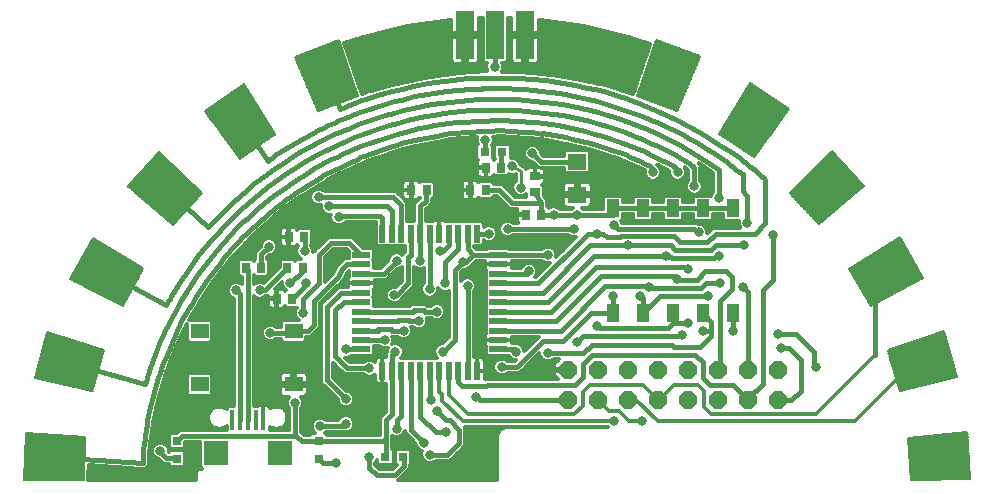
<source format=gtl>
G75*
%MOIN*%
%OFA0B0*%
%FSLAX24Y24*%
%IPPOS*%
%LPD*%
%AMOC8*
5,1,8,0,0,1.08239X$1,22.5*
%
%ADD10R,0.0276X0.0354*%
%ADD11R,0.0315X0.0315*%
%ADD12R,0.0354X0.0276*%
%ADD13R,0.0600X0.1600*%
%ADD14R,0.0630X0.0551*%
%ADD15C,0.0050*%
%ADD16C,0.0594*%
%ADD17OC8,0.0600*%
%ADD18R,0.0157X0.0689*%
%ADD19R,0.0787X0.0787*%
%ADD20R,0.0433X0.0591*%
%ADD21R,0.0197X0.0591*%
%ADD22R,0.0591X0.0197*%
%ADD23R,0.0610X0.0512*%
%ADD24C,0.0120*%
%ADD25C,0.0317*%
%ADD26C,0.0160*%
%ADD27C,0.0100*%
D10*
X009293Y007297D03*
X009805Y007297D03*
X009648Y008321D03*
X010159Y008321D03*
X010199Y009344D03*
X009687Y009344D03*
X008782Y008321D03*
X008270Y008321D03*
X013782Y010919D03*
X014293Y010919D03*
X015750Y010919D03*
X016262Y010919D03*
X016262Y011667D03*
X016774Y011667D03*
X017600Y010092D03*
X018112Y010092D03*
D11*
X016813Y012179D03*
X016222Y012179D03*
X010691Y002553D03*
X010691Y001962D03*
X012915Y002021D03*
X013506Y002021D03*
X005967Y001962D03*
X005967Y002553D03*
D12*
X017896Y010860D03*
X017896Y011372D03*
D13*
X017573Y016077D03*
X016573Y016077D03*
X015573Y016077D03*
D14*
X019313Y011864D03*
X019313Y010762D03*
D15*
X000947Y002815D02*
X000882Y001248D01*
X002862Y001246D01*
X002909Y002669D01*
X000947Y002815D01*
X000945Y002774D02*
X001497Y002774D01*
X000943Y002726D02*
X002149Y002726D01*
X002800Y002677D02*
X000941Y002677D01*
X000939Y002629D02*
X002908Y002629D01*
X002906Y002580D02*
X000937Y002580D01*
X000935Y002532D02*
X002905Y002532D01*
X002903Y002483D02*
X000933Y002483D01*
X000931Y002435D02*
X002901Y002435D01*
X002900Y002386D02*
X000929Y002386D01*
X000927Y002338D02*
X002898Y002338D01*
X002897Y002289D02*
X000925Y002289D01*
X000923Y002241D02*
X002895Y002241D01*
X002893Y002192D02*
X000921Y002192D01*
X000919Y002144D02*
X002892Y002144D01*
X002890Y002095D02*
X000917Y002095D01*
X000915Y002047D02*
X002888Y002047D01*
X002887Y001998D02*
X000913Y001998D01*
X000911Y001950D02*
X002885Y001950D01*
X002884Y001901D02*
X000909Y001901D01*
X000907Y001853D02*
X002882Y001853D01*
X002880Y001804D02*
X000905Y001804D01*
X000903Y001756D02*
X002879Y001756D01*
X002877Y001707D02*
X000901Y001707D01*
X000899Y001659D02*
X002875Y001659D01*
X002874Y001610D02*
X000897Y001610D01*
X000895Y001562D02*
X002872Y001562D01*
X002871Y001513D02*
X000893Y001513D01*
X000891Y001465D02*
X002869Y001465D01*
X002867Y001416D02*
X000889Y001416D01*
X000887Y001368D02*
X002866Y001368D01*
X002864Y001319D02*
X000885Y001319D01*
X000883Y001271D02*
X002862Y001271D01*
X003150Y004208D02*
X003524Y005582D01*
X001647Y006176D01*
X001224Y004666D01*
X003150Y004208D01*
X003155Y004229D02*
X003062Y004229D01*
X003169Y004278D02*
X002858Y004278D01*
X002654Y004326D02*
X003182Y004326D01*
X003195Y004375D02*
X002450Y004375D01*
X002246Y004423D02*
X003208Y004423D01*
X003221Y004472D02*
X002042Y004472D01*
X001838Y004520D02*
X003235Y004520D01*
X003248Y004569D02*
X001633Y004569D01*
X001429Y004617D02*
X003261Y004617D01*
X003274Y004666D02*
X001225Y004666D01*
X001237Y004714D02*
X003287Y004714D01*
X003300Y004763D02*
X001251Y004763D01*
X001264Y004811D02*
X003314Y004811D01*
X003327Y004860D02*
X001278Y004860D01*
X001291Y004908D02*
X003340Y004908D01*
X003353Y004957D02*
X001305Y004957D01*
X001319Y005005D02*
X003366Y005005D01*
X003380Y005054D02*
X001332Y005054D01*
X001346Y005102D02*
X003393Y005102D01*
X003406Y005151D02*
X001359Y005151D01*
X001373Y005199D02*
X003419Y005199D01*
X003432Y005248D02*
X001387Y005248D01*
X001400Y005296D02*
X003446Y005296D01*
X003459Y005345D02*
X001414Y005345D01*
X001427Y005393D02*
X003472Y005393D01*
X003485Y005442D02*
X001441Y005442D01*
X001455Y005490D02*
X003498Y005490D01*
X003512Y005539D02*
X001468Y005539D01*
X001482Y005587D02*
X003509Y005587D01*
X003355Y005636D02*
X001495Y005636D01*
X001509Y005684D02*
X003202Y005684D01*
X003049Y005733D02*
X001523Y005733D01*
X001536Y005781D02*
X002896Y005781D01*
X002742Y005830D02*
X001550Y005830D01*
X001563Y005878D02*
X002589Y005878D01*
X002436Y005927D02*
X001577Y005927D01*
X001591Y005975D02*
X002282Y005975D01*
X002129Y006024D02*
X001604Y006024D01*
X001618Y006072D02*
X001976Y006072D01*
X001823Y006121D02*
X001631Y006121D01*
X001645Y006169D02*
X001669Y006169D01*
X003428Y007430D02*
X004367Y007430D01*
X004341Y007382D02*
X003524Y007382D01*
X003620Y007333D02*
X004314Y007333D01*
X004288Y007285D02*
X003716Y007285D01*
X003812Y007236D02*
X004261Y007236D01*
X004235Y007188D02*
X003908Y007188D01*
X004005Y007139D02*
X004208Y007139D01*
X004182Y007091D02*
X004101Y007091D01*
X004164Y007058D02*
X004846Y008308D01*
X003159Y009321D01*
X002397Y007950D01*
X004164Y007058D01*
X004394Y007479D02*
X003331Y007479D01*
X003235Y007527D02*
X004420Y007527D01*
X004446Y007576D02*
X003139Y007576D01*
X003043Y007624D02*
X004473Y007624D01*
X004499Y007673D02*
X002947Y007673D01*
X002851Y007721D02*
X004526Y007721D01*
X004552Y007770D02*
X002754Y007770D01*
X002658Y007818D02*
X004579Y007818D01*
X004605Y007867D02*
X002562Y007867D01*
X002466Y007915D02*
X004632Y007915D01*
X004658Y007964D02*
X002404Y007964D01*
X002431Y008012D02*
X004685Y008012D01*
X004711Y008061D02*
X002458Y008061D01*
X002485Y008109D02*
X004738Y008109D01*
X004764Y008158D02*
X002512Y008158D01*
X002539Y008206D02*
X004791Y008206D01*
X004817Y008255D02*
X002566Y008255D01*
X002593Y008303D02*
X004844Y008303D01*
X004775Y008352D02*
X002620Y008352D01*
X002647Y008400D02*
X004694Y008400D01*
X004613Y008449D02*
X002674Y008449D01*
X002701Y008497D02*
X004532Y008497D01*
X004451Y008546D02*
X002728Y008546D01*
X002755Y008594D02*
X004370Y008594D01*
X004289Y008643D02*
X002782Y008643D01*
X002809Y008691D02*
X004209Y008691D01*
X004128Y008740D02*
X002836Y008740D01*
X002862Y008788D02*
X004047Y008788D01*
X003966Y008837D02*
X002889Y008837D01*
X002916Y008885D02*
X003885Y008885D01*
X003804Y008934D02*
X002943Y008934D01*
X002970Y008982D02*
X003723Y008982D01*
X003643Y009031D02*
X002997Y009031D01*
X003024Y009079D02*
X003562Y009079D01*
X003481Y009128D02*
X003051Y009128D01*
X003078Y009176D02*
X003400Y009176D01*
X003319Y009225D02*
X003105Y009225D01*
X003132Y009273D02*
X003238Y009273D01*
X004864Y010583D02*
X006578Y010583D01*
X006622Y010631D02*
X004806Y010631D01*
X004749Y010680D02*
X006666Y010680D01*
X006709Y010728D02*
X004691Y010728D01*
X004633Y010777D02*
X006753Y010777D01*
X006792Y010821D02*
X005383Y012194D01*
X004326Y011035D01*
X005841Y009761D01*
X006792Y010821D01*
X006788Y010825D02*
X004576Y010825D01*
X004518Y010874D02*
X006738Y010874D01*
X006688Y010922D02*
X004460Y010922D01*
X004403Y010971D02*
X006638Y010971D01*
X006589Y011019D02*
X004345Y011019D01*
X004355Y011068D02*
X006539Y011068D01*
X006489Y011116D02*
X004399Y011116D01*
X004444Y011165D02*
X006439Y011165D01*
X006389Y011213D02*
X004488Y011213D01*
X004532Y011262D02*
X006340Y011262D01*
X006290Y011310D02*
X004576Y011310D01*
X004620Y011359D02*
X006240Y011359D01*
X006190Y011407D02*
X004665Y011407D01*
X004709Y011456D02*
X006141Y011456D01*
X006091Y011504D02*
X004753Y011504D01*
X004797Y011553D02*
X006041Y011553D01*
X005991Y011601D02*
X004842Y011601D01*
X004886Y011650D02*
X005941Y011650D01*
X005892Y011698D02*
X004930Y011698D01*
X004974Y011747D02*
X005842Y011747D01*
X005792Y011795D02*
X005019Y011795D01*
X005063Y011844D02*
X005742Y011844D01*
X005693Y011892D02*
X005107Y011892D01*
X005151Y011941D02*
X005643Y011941D01*
X005593Y011989D02*
X005195Y011989D01*
X005240Y012038D02*
X005543Y012038D01*
X005493Y012086D02*
X005284Y012086D01*
X005328Y012135D02*
X005444Y012135D01*
X005394Y012183D02*
X005372Y012183D01*
X007113Y013250D02*
X008938Y013250D01*
X008969Y013202D02*
X007149Y013202D01*
X007185Y013153D02*
X009000Y013153D01*
X009031Y013105D02*
X007221Y013105D01*
X007257Y013056D02*
X009061Y013056D01*
X009092Y013008D02*
X007293Y013008D01*
X007329Y012959D02*
X009123Y012959D01*
X009154Y012911D02*
X007366Y012911D01*
X007402Y012862D02*
X009185Y012862D01*
X009216Y012814D02*
X007438Y012814D01*
X007474Y012765D02*
X009227Y012765D01*
X009241Y012774D02*
X008185Y014435D01*
X006890Y013551D01*
X008071Y011962D01*
X009241Y012774D01*
X009158Y012717D02*
X007510Y012717D01*
X007546Y012668D02*
X009088Y012668D01*
X009018Y012620D02*
X007582Y012620D01*
X007618Y012571D02*
X008948Y012571D01*
X008878Y012523D02*
X007654Y012523D01*
X007690Y012474D02*
X008808Y012474D01*
X008738Y012426D02*
X007726Y012426D01*
X007762Y012377D02*
X008669Y012377D01*
X008599Y012329D02*
X007798Y012329D01*
X007834Y012280D02*
X008529Y012280D01*
X008459Y012232D02*
X007870Y012232D01*
X007907Y012183D02*
X008389Y012183D01*
X008319Y012135D02*
X007943Y012135D01*
X007979Y012086D02*
X008250Y012086D01*
X008180Y012038D02*
X008015Y012038D01*
X008051Y011989D02*
X008110Y011989D01*
X008907Y013299D02*
X007077Y013299D01*
X007041Y013347D02*
X008876Y013347D01*
X008846Y013396D02*
X007005Y013396D01*
X006969Y013444D02*
X008815Y013444D01*
X008784Y013493D02*
X006933Y013493D01*
X006897Y013541D02*
X008753Y013541D01*
X008722Y013590D02*
X006947Y013590D01*
X007018Y013638D02*
X008691Y013638D01*
X008661Y013687D02*
X007089Y013687D01*
X007160Y013735D02*
X008630Y013735D01*
X008599Y013784D02*
X007231Y013784D01*
X007302Y013832D02*
X008568Y013832D01*
X008537Y013881D02*
X007373Y013881D01*
X007444Y013929D02*
X008506Y013929D01*
X008476Y013978D02*
X007515Y013978D01*
X007586Y014026D02*
X008445Y014026D01*
X008414Y014075D02*
X007657Y014075D01*
X007728Y014123D02*
X008383Y014123D01*
X008352Y014172D02*
X007799Y014172D01*
X007870Y014220D02*
X008321Y014220D01*
X008291Y014269D02*
X007941Y014269D01*
X008012Y014317D02*
X008260Y014317D01*
X008229Y014366D02*
X008083Y014366D01*
X008154Y014414D02*
X008198Y014414D01*
X009960Y015190D02*
X011604Y015190D01*
X011621Y015142D02*
X009981Y015142D01*
X010002Y015093D02*
X011638Y015093D01*
X011654Y015045D02*
X010023Y015045D01*
X010044Y014996D02*
X011671Y014996D01*
X011688Y014948D02*
X010064Y014948D01*
X010085Y014899D02*
X011705Y014899D01*
X011721Y014851D02*
X010106Y014851D01*
X010127Y014802D02*
X011738Y014802D01*
X011755Y014754D02*
X010148Y014754D01*
X010168Y014705D02*
X011772Y014705D01*
X011788Y014657D02*
X010189Y014657D01*
X010210Y014608D02*
X011805Y014608D01*
X011822Y014560D02*
X010231Y014560D01*
X010252Y014511D02*
X011839Y014511D01*
X011855Y014463D02*
X010273Y014463D01*
X010293Y014414D02*
X011872Y014414D01*
X011889Y014366D02*
X010314Y014366D01*
X010335Y014317D02*
X011906Y014317D01*
X011922Y014269D02*
X010356Y014269D01*
X010377Y014220D02*
X011939Y014220D01*
X011956Y014172D02*
X010398Y014172D01*
X010418Y014123D02*
X011972Y014123D01*
X011989Y014075D02*
X010439Y014075D01*
X010460Y014026D02*
X011905Y014026D01*
X011994Y014061D02*
X011352Y015922D01*
X009887Y015361D01*
X010668Y013542D01*
X011994Y014061D01*
X011781Y013978D02*
X010481Y013978D01*
X010502Y013929D02*
X011657Y013929D01*
X011533Y013881D02*
X010522Y013881D01*
X010543Y013832D02*
X011409Y013832D01*
X011285Y013784D02*
X010564Y013784D01*
X010585Y013735D02*
X011161Y013735D01*
X011037Y013687D02*
X010606Y013687D01*
X010627Y013638D02*
X010913Y013638D01*
X010790Y013590D02*
X010647Y013590D01*
X009939Y015239D02*
X011587Y015239D01*
X011571Y015287D02*
X009919Y015287D01*
X009898Y015336D02*
X011554Y015336D01*
X011537Y015384D02*
X009947Y015384D01*
X010074Y015433D02*
X011520Y015433D01*
X011504Y015481D02*
X010200Y015481D01*
X010327Y015530D02*
X011487Y015530D01*
X011470Y015578D02*
X010454Y015578D01*
X010581Y015627D02*
X011454Y015627D01*
X011437Y015675D02*
X010708Y015675D01*
X010834Y015724D02*
X011420Y015724D01*
X011403Y015772D02*
X010961Y015772D01*
X011088Y015821D02*
X011387Y015821D01*
X011370Y015869D02*
X011215Y015869D01*
X011341Y015918D02*
X011353Y015918D01*
X006535Y010534D02*
X004922Y010534D01*
X004979Y010486D02*
X006491Y010486D01*
X006448Y010437D02*
X005037Y010437D01*
X005095Y010389D02*
X006404Y010389D01*
X006361Y010340D02*
X005152Y010340D01*
X005210Y010292D02*
X006317Y010292D01*
X006274Y010243D02*
X005268Y010243D01*
X005325Y010195D02*
X006230Y010195D01*
X006186Y010146D02*
X005383Y010146D01*
X005441Y010098D02*
X006143Y010098D01*
X006099Y010049D02*
X005498Y010049D01*
X005556Y010001D02*
X006056Y010001D01*
X006012Y009952D02*
X005614Y009952D01*
X005671Y009904D02*
X005969Y009904D01*
X005925Y009855D02*
X005729Y009855D01*
X005787Y009807D02*
X005882Y009807D01*
X021312Y014050D02*
X022647Y013553D01*
X023408Y015368D01*
X021942Y015927D01*
X021312Y014050D01*
X021320Y014075D02*
X022865Y014075D01*
X022886Y014123D02*
X021337Y014123D01*
X021353Y014172D02*
X022906Y014172D01*
X022926Y014220D02*
X021369Y014220D01*
X021386Y014269D02*
X022947Y014269D01*
X022967Y014317D02*
X021402Y014317D01*
X021418Y014366D02*
X022987Y014366D01*
X023008Y014414D02*
X021434Y014414D01*
X021451Y014463D02*
X023028Y014463D01*
X023048Y014511D02*
X021467Y014511D01*
X021483Y014560D02*
X023069Y014560D01*
X023089Y014608D02*
X021500Y014608D01*
X021516Y014657D02*
X023110Y014657D01*
X023130Y014705D02*
X021532Y014705D01*
X021548Y014754D02*
X023150Y014754D01*
X023171Y014802D02*
X021565Y014802D01*
X021581Y014851D02*
X023191Y014851D01*
X023211Y014899D02*
X021597Y014899D01*
X021614Y014948D02*
X023232Y014948D01*
X023252Y014996D02*
X021630Y014996D01*
X021646Y015045D02*
X023272Y015045D01*
X023293Y015093D02*
X021662Y015093D01*
X021679Y015142D02*
X023313Y015142D01*
X023333Y015190D02*
X021695Y015190D01*
X021711Y015239D02*
X023354Y015239D01*
X023374Y015287D02*
X021728Y015287D01*
X021744Y015336D02*
X023394Y015336D01*
X023367Y015384D02*
X021760Y015384D01*
X021776Y015433D02*
X023239Y015433D01*
X023112Y015481D02*
X021793Y015481D01*
X021809Y015530D02*
X022985Y015530D01*
X022858Y015578D02*
X021825Y015578D01*
X021842Y015627D02*
X022730Y015627D01*
X022603Y015675D02*
X021858Y015675D01*
X021874Y015724D02*
X022476Y015724D01*
X022349Y015772D02*
X021890Y015772D01*
X021907Y015821D02*
X022221Y015821D01*
X022094Y015869D02*
X021923Y015869D01*
X021939Y015918D02*
X021967Y015918D01*
X024864Y014172D02*
X025526Y014172D01*
X025453Y014220D02*
X024894Y014220D01*
X024923Y014269D02*
X025380Y014269D01*
X025307Y014317D02*
X024953Y014317D01*
X024982Y014366D02*
X025235Y014366D01*
X025162Y014414D02*
X025012Y014414D01*
X025041Y014463D02*
X025089Y014463D01*
X025055Y014485D02*
X026361Y013616D01*
X025216Y012014D01*
X024025Y012795D01*
X025055Y014485D01*
X024834Y014123D02*
X025599Y014123D01*
X025671Y014075D02*
X024805Y014075D01*
X024775Y014026D02*
X025744Y014026D01*
X025817Y013978D02*
X024746Y013978D01*
X024716Y013929D02*
X025890Y013929D01*
X025963Y013881D02*
X024687Y013881D01*
X024657Y013832D02*
X026036Y013832D01*
X026108Y013784D02*
X024628Y013784D01*
X024598Y013735D02*
X026181Y013735D01*
X026254Y013687D02*
X024568Y013687D01*
X024539Y013638D02*
X026327Y013638D01*
X026342Y013590D02*
X024509Y013590D01*
X024480Y013541D02*
X026307Y013541D01*
X026273Y013493D02*
X024450Y013493D01*
X024421Y013444D02*
X026238Y013444D01*
X026203Y013396D02*
X024391Y013396D01*
X024361Y013347D02*
X026169Y013347D01*
X026134Y013299D02*
X024332Y013299D01*
X024302Y013250D02*
X026099Y013250D01*
X026065Y013202D02*
X024273Y013202D01*
X024243Y013153D02*
X026030Y013153D01*
X025995Y013105D02*
X024214Y013105D01*
X024184Y013056D02*
X025961Y013056D01*
X025926Y013008D02*
X024155Y013008D01*
X024125Y012959D02*
X025891Y012959D01*
X025857Y012911D02*
X024095Y012911D01*
X024066Y012862D02*
X025822Y012862D01*
X025787Y012814D02*
X024036Y012814D01*
X024070Y012765D02*
X025753Y012765D01*
X025718Y012717D02*
X024144Y012717D01*
X024218Y012668D02*
X025683Y012668D01*
X025649Y012620D02*
X024292Y012620D01*
X024366Y012571D02*
X025614Y012571D01*
X025579Y012523D02*
X024440Y012523D01*
X024514Y012474D02*
X025545Y012474D01*
X025510Y012426D02*
X024588Y012426D01*
X024662Y012377D02*
X025475Y012377D01*
X025441Y012329D02*
X024736Y012329D01*
X024810Y012280D02*
X025406Y012280D01*
X025371Y012232D02*
X024884Y012232D01*
X024959Y012183D02*
X025337Y012183D01*
X025302Y012135D02*
X025033Y012135D01*
X025107Y012086D02*
X025267Y012086D01*
X025233Y012038D02*
X025181Y012038D01*
X026602Y011019D02*
X028803Y011019D01*
X028853Y011063D02*
X027785Y012211D01*
X026390Y010805D01*
X027368Y009770D01*
X028853Y011063D01*
X028848Y011068D02*
X026651Y011068D01*
X026699Y011116D02*
X028803Y011116D01*
X028758Y011165D02*
X026747Y011165D01*
X026795Y011213D02*
X028713Y011213D01*
X028668Y011262D02*
X026843Y011262D01*
X026891Y011310D02*
X028623Y011310D01*
X028578Y011359D02*
X026939Y011359D01*
X026987Y011407D02*
X028532Y011407D01*
X028487Y011456D02*
X027035Y011456D01*
X027083Y011504D02*
X028442Y011504D01*
X028397Y011553D02*
X027132Y011553D01*
X027180Y011601D02*
X028352Y011601D01*
X028307Y011650D02*
X027228Y011650D01*
X027276Y011698D02*
X028262Y011698D01*
X028216Y011747D02*
X027324Y011747D01*
X027372Y011795D02*
X028171Y011795D01*
X028126Y011844D02*
X027420Y011844D01*
X027468Y011892D02*
X028081Y011892D01*
X028036Y011941D02*
X027516Y011941D01*
X027565Y011989D02*
X027991Y011989D01*
X027946Y012038D02*
X027613Y012038D01*
X027661Y012086D02*
X027901Y012086D01*
X027855Y012135D02*
X027709Y012135D01*
X027757Y012183D02*
X027810Y012183D01*
X028747Y010971D02*
X026554Y010971D01*
X026506Y010922D02*
X028691Y010922D01*
X028636Y010874D02*
X026458Y010874D01*
X026410Y010825D02*
X028580Y010825D01*
X028524Y010777D02*
X026418Y010777D01*
X026463Y010728D02*
X028469Y010728D01*
X028413Y010680D02*
X026509Y010680D01*
X026555Y010631D02*
X028357Y010631D01*
X028301Y010583D02*
X026601Y010583D01*
X026647Y010534D02*
X028246Y010534D01*
X028190Y010486D02*
X026692Y010486D01*
X026738Y010437D02*
X028134Y010437D01*
X028079Y010389D02*
X026784Y010389D01*
X026830Y010340D02*
X028023Y010340D01*
X027967Y010292D02*
X026876Y010292D01*
X026922Y010243D02*
X027912Y010243D01*
X027856Y010195D02*
X026967Y010195D01*
X027013Y010146D02*
X027800Y010146D01*
X027744Y010098D02*
X027059Y010098D01*
X027105Y010049D02*
X027689Y010049D01*
X027633Y010001D02*
X027151Y010001D01*
X027197Y009952D02*
X027577Y009952D01*
X027522Y009904D02*
X027242Y009904D01*
X027288Y009855D02*
X027466Y009855D01*
X027410Y009807D02*
X027334Y009807D01*
X029084Y008740D02*
X030396Y008740D01*
X030368Y008788D02*
X029162Y008788D01*
X029240Y008837D02*
X030340Y008837D01*
X030313Y008885D02*
X029317Y008885D01*
X029395Y008934D02*
X030285Y008934D01*
X030258Y008982D02*
X029473Y008982D01*
X029551Y009031D02*
X030230Y009031D01*
X030203Y009079D02*
X029629Y009079D01*
X029707Y009128D02*
X030175Y009128D01*
X030147Y009176D02*
X029784Y009176D01*
X029862Y009225D02*
X030120Y009225D01*
X030092Y009273D02*
X029940Y009273D01*
X030018Y009322D02*
X030065Y009322D01*
X030052Y009343D02*
X030828Y007980D01*
X029086Y007064D01*
X028372Y008296D01*
X030052Y009343D01*
X030423Y008691D02*
X029006Y008691D01*
X028928Y008643D02*
X030451Y008643D01*
X030478Y008594D02*
X028851Y008594D01*
X028773Y008546D02*
X030506Y008546D01*
X030534Y008497D02*
X028695Y008497D01*
X028617Y008449D02*
X030561Y008449D01*
X030589Y008400D02*
X028539Y008400D01*
X028462Y008352D02*
X030616Y008352D01*
X030644Y008303D02*
X028384Y008303D01*
X028396Y008255D02*
X030672Y008255D01*
X030699Y008206D02*
X028424Y008206D01*
X028452Y008158D02*
X030727Y008158D01*
X030754Y008109D02*
X028480Y008109D01*
X028509Y008061D02*
X030782Y008061D01*
X030810Y008012D02*
X028537Y008012D01*
X028565Y007964D02*
X030797Y007964D01*
X030705Y007915D02*
X028593Y007915D01*
X028621Y007867D02*
X030612Y007867D01*
X030520Y007818D02*
X028649Y007818D01*
X028677Y007770D02*
X030428Y007770D01*
X030336Y007721D02*
X028705Y007721D01*
X028733Y007673D02*
X030244Y007673D01*
X030151Y007624D02*
X028761Y007624D01*
X028789Y007576D02*
X030059Y007576D01*
X029967Y007527D02*
X028818Y007527D01*
X028846Y007479D02*
X029875Y007479D01*
X029783Y007430D02*
X028874Y007430D01*
X028902Y007382D02*
X029690Y007382D01*
X029598Y007333D02*
X028930Y007333D01*
X028958Y007285D02*
X029506Y007285D01*
X029414Y007236D02*
X028986Y007236D01*
X029014Y007188D02*
X029322Y007188D01*
X029229Y007139D02*
X029042Y007139D01*
X029070Y007091D02*
X029137Y007091D01*
X030416Y005830D02*
X031638Y005830D01*
X031624Y005878D02*
X030560Y005878D01*
X030704Y005927D02*
X031610Y005927D01*
X031595Y005975D02*
X030848Y005975D01*
X030991Y006024D02*
X031581Y006024D01*
X031567Y006072D02*
X031135Y006072D01*
X031279Y006121D02*
X031553Y006121D01*
X031539Y006169D02*
X031423Y006169D01*
X031528Y006205D02*
X031969Y004699D01*
X030063Y004209D01*
X029652Y005572D01*
X031528Y006205D01*
X031652Y005781D02*
X030272Y005781D01*
X030128Y005733D02*
X031667Y005733D01*
X031681Y005684D02*
X029985Y005684D01*
X029841Y005636D02*
X031695Y005636D01*
X031709Y005587D02*
X029697Y005587D01*
X029662Y005539D02*
X031723Y005539D01*
X031738Y005490D02*
X029677Y005490D01*
X029692Y005442D02*
X031752Y005442D01*
X031766Y005393D02*
X029706Y005393D01*
X029721Y005345D02*
X031780Y005345D01*
X031794Y005296D02*
X029735Y005296D01*
X029750Y005248D02*
X031809Y005248D01*
X031823Y005199D02*
X029765Y005199D01*
X029779Y005151D02*
X031837Y005151D01*
X031851Y005102D02*
X029794Y005102D01*
X029809Y005054D02*
X031866Y005054D01*
X031880Y005005D02*
X029823Y005005D01*
X029838Y004957D02*
X031894Y004957D01*
X031908Y004908D02*
X029852Y004908D01*
X029867Y004860D02*
X031922Y004860D01*
X031937Y004811D02*
X029882Y004811D01*
X029896Y004763D02*
X031951Y004763D01*
X031965Y004714D02*
X029911Y004714D01*
X029926Y004666D02*
X031838Y004666D01*
X031649Y004617D02*
X029940Y004617D01*
X029955Y004569D02*
X031461Y004569D01*
X031273Y004520D02*
X029969Y004520D01*
X029984Y004472D02*
X031084Y004472D01*
X030896Y004423D02*
X029999Y004423D01*
X030013Y004375D02*
X030708Y004375D01*
X030519Y004326D02*
X030028Y004326D01*
X030043Y004278D02*
X030331Y004278D01*
X030143Y004229D02*
X030057Y004229D01*
X030345Y002664D02*
X032316Y002844D01*
X032396Y001278D01*
X030428Y001242D01*
X030345Y002664D01*
X030347Y002629D02*
X032327Y002629D01*
X032325Y002677D02*
X030489Y002677D01*
X030349Y002580D02*
X032330Y002580D01*
X032332Y002532D02*
X030352Y002532D01*
X030355Y002483D02*
X032335Y002483D01*
X032337Y002435D02*
X030358Y002435D01*
X030361Y002386D02*
X032340Y002386D01*
X032342Y002338D02*
X030364Y002338D01*
X030367Y002289D02*
X032344Y002289D01*
X032347Y002241D02*
X030370Y002241D01*
X030372Y002192D02*
X032349Y002192D01*
X032352Y002144D02*
X030375Y002144D01*
X030378Y002095D02*
X032354Y002095D01*
X032357Y002047D02*
X030381Y002047D01*
X030384Y001998D02*
X032359Y001998D01*
X032362Y001950D02*
X030387Y001950D01*
X030390Y001901D02*
X032364Y001901D01*
X032367Y001853D02*
X030392Y001853D01*
X030395Y001804D02*
X032369Y001804D01*
X032372Y001756D02*
X030398Y001756D01*
X030401Y001707D02*
X032374Y001707D01*
X032377Y001659D02*
X030404Y001659D01*
X030407Y001610D02*
X032379Y001610D01*
X032382Y001562D02*
X030410Y001562D01*
X030412Y001513D02*
X032384Y001513D01*
X032387Y001465D02*
X030415Y001465D01*
X030418Y001416D02*
X032389Y001416D01*
X032392Y001368D02*
X030421Y001368D01*
X030424Y001319D02*
X032394Y001319D01*
X031979Y001271D02*
X030427Y001271D01*
X031018Y002726D02*
X032322Y002726D01*
X032320Y002774D02*
X031547Y002774D01*
X032077Y002823D02*
X032317Y002823D01*
X022662Y013590D02*
X022549Y013590D01*
X022419Y013638D02*
X022682Y013638D01*
X022703Y013687D02*
X022289Y013687D01*
X022159Y013735D02*
X022723Y013735D01*
X022743Y013784D02*
X022028Y013784D01*
X021898Y013832D02*
X022764Y013832D01*
X022784Y013881D02*
X021768Y013881D01*
X021638Y013929D02*
X022804Y013929D01*
X022825Y013978D02*
X021507Y013978D01*
X021377Y014026D02*
X022845Y014026D01*
D16*
X022187Y014344D03*
X024943Y012888D03*
X027305Y010683D03*
X029234Y007966D03*
X030415Y005053D03*
X030967Y001982D03*
X011124Y014344D03*
X008329Y012848D03*
X005888Y010683D03*
X003998Y007966D03*
X002778Y005053D03*
X002305Y001982D03*
D17*
X019002Y003923D03*
X020002Y003923D03*
X021002Y003923D03*
X022002Y003923D03*
X023002Y003923D03*
X024002Y003923D03*
X025002Y003923D03*
X026002Y003923D03*
X026002Y004923D03*
X025002Y004923D03*
X024002Y004923D03*
X023002Y004923D03*
X022002Y004923D03*
X021002Y004923D03*
X020002Y004923D03*
X019002Y004923D03*
D18*
X008841Y003252D03*
X008585Y003252D03*
X008329Y003252D03*
X008073Y003252D03*
X007817Y003252D03*
D19*
X007256Y002140D03*
X009402Y002140D03*
D20*
X020502Y006805D03*
X021502Y006805D03*
X022502Y006805D03*
X023502Y006805D03*
X024502Y006805D03*
X024502Y010309D03*
X023502Y010309D03*
X022502Y010309D03*
X021502Y010309D03*
X020502Y010309D03*
D21*
X015967Y009462D03*
X015652Y009462D03*
X015337Y009462D03*
X015022Y009462D03*
X014707Y009462D03*
X014392Y009462D03*
X014077Y009462D03*
X013762Y009462D03*
X013447Y009462D03*
X013132Y009462D03*
X012817Y009462D03*
X012817Y004895D03*
X013132Y004895D03*
X013447Y004895D03*
X013762Y004895D03*
X014077Y004895D03*
X014392Y004895D03*
X014707Y004895D03*
X015022Y004895D03*
X015337Y004895D03*
X015652Y004895D03*
X015967Y004895D03*
D22*
X016675Y005604D03*
X016675Y005919D03*
X016675Y006234D03*
X016675Y006549D03*
X016675Y006864D03*
X016675Y007179D03*
X016675Y007494D03*
X016675Y007809D03*
X016675Y008124D03*
X016675Y008439D03*
X016675Y008754D03*
X012108Y008754D03*
X012108Y008439D03*
X012108Y008124D03*
X012108Y007809D03*
X012108Y007494D03*
X012108Y007179D03*
X012108Y006864D03*
X012108Y006549D03*
X012108Y006234D03*
X012108Y005919D03*
X012108Y005604D03*
D23*
X009854Y006210D03*
X009854Y004439D03*
X006724Y004439D03*
X006724Y006210D03*
D24*
X007150Y006172D02*
X007873Y006172D01*
X007873Y006054D02*
X007150Y006054D01*
X007150Y005935D02*
X007873Y005935D01*
X007873Y005817D02*
X006003Y005817D01*
X006052Y005935D02*
X006299Y005935D01*
X006299Y005905D02*
X006370Y005834D01*
X007079Y005834D01*
X007150Y005905D01*
X007150Y006516D01*
X007079Y006586D01*
X006370Y006586D01*
X006355Y006572D01*
X006395Y006647D01*
X006508Y006829D01*
X006508Y006829D01*
X006632Y007019D01*
X006632Y007019D01*
X006706Y007143D01*
X006749Y007214D01*
X006939Y007518D01*
X007144Y007813D01*
X007144Y007813D01*
X007365Y008112D01*
X007589Y008407D01*
X007589Y008407D01*
X007811Y008680D01*
X008289Y009195D01*
X008545Y009436D01*
X008961Y009804D01*
X009380Y010169D01*
X009380Y010169D01*
X009583Y010335D01*
X010008Y010640D01*
X010230Y010778D01*
X010242Y010786D01*
X010301Y010821D01*
X010565Y010977D01*
X010820Y011148D01*
X010889Y011194D01*
X011045Y011289D01*
X011209Y011370D01*
X011656Y011568D01*
X012018Y011750D01*
X012092Y011788D01*
X012228Y011850D01*
X012368Y011902D01*
X012739Y012026D01*
X013030Y012128D01*
X013070Y012142D01*
X013108Y012156D01*
X013500Y012278D01*
X013899Y012372D01*
X013981Y012389D01*
X014285Y012449D01*
X014588Y012513D01*
X014669Y012530D01*
X015084Y012603D01*
X015503Y012645D01*
X015903Y012669D01*
X015983Y012674D01*
X015964Y012628D01*
X015964Y012517D01*
X015997Y012438D01*
X015945Y012386D01*
X015945Y011972D01*
X015988Y011929D01*
X015975Y011906D01*
X015964Y011865D01*
X015964Y011676D01*
X016253Y011676D01*
X016253Y011658D01*
X016271Y011658D01*
X016271Y011330D01*
X016421Y011330D01*
X016461Y011341D01*
X016498Y011362D01*
X016528Y011392D01*
X016541Y011415D01*
X016586Y011370D01*
X016961Y011370D01*
X017031Y011440D01*
X017031Y011453D01*
X017092Y011428D01*
X017203Y011428D01*
X017253Y011449D01*
X017253Y011222D01*
X017187Y011155D01*
X017145Y011053D01*
X017145Y010942D01*
X017187Y010840D01*
X017266Y010762D01*
X017368Y010719D01*
X017479Y010719D01*
X017581Y010762D01*
X017599Y010779D01*
X017599Y010686D01*
X017231Y010686D01*
X016797Y011119D01*
X016520Y011119D01*
X016520Y011146D01*
X016449Y011216D01*
X016074Y011216D01*
X016029Y011171D01*
X016016Y011194D01*
X015986Y011224D01*
X015950Y011245D01*
X015909Y011256D01*
X015759Y011256D01*
X015759Y010928D01*
X015741Y010928D01*
X015741Y010910D01*
X015759Y010910D01*
X015759Y010582D01*
X015909Y010582D01*
X015950Y010593D01*
X015986Y010614D01*
X016016Y010644D01*
X016029Y010667D01*
X016074Y010622D01*
X016449Y010622D01*
X016520Y010692D01*
X016520Y010719D01*
X016632Y010719D01*
X016948Y010403D01*
X017065Y010286D01*
X017303Y010286D01*
X017303Y010101D01*
X017592Y010101D01*
X017592Y010083D01*
X017303Y010083D01*
X017303Y009894D01*
X017314Y009853D01*
X017333Y009820D01*
X017184Y009820D01*
X017148Y009856D01*
X017046Y009898D01*
X016935Y009898D01*
X016832Y009856D01*
X016754Y009778D01*
X016712Y009675D01*
X016712Y009564D01*
X016754Y009462D01*
X016832Y009384D01*
X016935Y009341D01*
X017046Y009341D01*
X017148Y009384D01*
X017184Y009420D01*
X019001Y009420D01*
X019037Y009384D01*
X019140Y009341D01*
X019250Y009341D01*
X019273Y009351D01*
X018598Y008676D01*
X018607Y008698D01*
X018607Y008809D01*
X018565Y008911D01*
X018486Y008990D01*
X018384Y009032D01*
X018273Y009032D01*
X018171Y008990D01*
X018135Y008954D01*
X017039Y008954D01*
X017020Y008972D01*
X016330Y008972D01*
X016312Y008954D01*
X015931Y008954D01*
X015852Y009033D01*
X015852Y009047D01*
X016115Y009047D01*
X016185Y009117D01*
X016185Y009244D01*
X016203Y009226D01*
X016305Y009184D01*
X016416Y009184D01*
X016518Y009226D01*
X016596Y009305D01*
X016639Y009407D01*
X016639Y009518D01*
X016596Y009620D01*
X016518Y009698D01*
X016416Y009741D01*
X016305Y009741D01*
X016203Y009698D01*
X016185Y009681D01*
X016185Y009807D01*
X016115Y009878D01*
X015818Y009878D01*
X015809Y009868D01*
X015800Y009878D01*
X015503Y009878D01*
X015494Y009868D01*
X015485Y009878D01*
X015189Y009878D01*
X015179Y009868D01*
X015170Y009878D01*
X014911Y009878D01*
X014903Y009886D01*
X014867Y009907D01*
X014826Y009918D01*
X014707Y009918D01*
X014707Y009462D01*
X014707Y009462D01*
X014707Y009918D01*
X014587Y009918D01*
X014547Y009907D01*
X014510Y009886D01*
X014502Y009878D01*
X014277Y009878D01*
X014277Y010285D01*
X014357Y010365D01*
X014474Y010482D01*
X014474Y010622D01*
X014481Y010622D01*
X014551Y010692D01*
X014551Y011146D01*
X014481Y011216D01*
X014106Y011216D01*
X014061Y011171D01*
X014047Y011194D01*
X014018Y011224D01*
X013981Y011245D01*
X013940Y011256D01*
X013790Y011256D01*
X013790Y010928D01*
X013773Y010928D01*
X013773Y011256D01*
X013623Y011256D01*
X013582Y011245D01*
X013545Y011224D01*
X013516Y011194D01*
X013495Y011158D01*
X013484Y011117D01*
X013484Y010928D01*
X013773Y010928D01*
X013773Y010910D01*
X013790Y010910D01*
X013790Y010582D01*
X013940Y010582D01*
X013981Y010593D01*
X014018Y010614D01*
X014047Y010644D01*
X014061Y010667D01*
X014074Y010654D01*
X014074Y010648D01*
X013877Y010451D01*
X013877Y009878D01*
X013647Y009878D01*
X013647Y010490D01*
X013530Y010607D01*
X013254Y010883D01*
X010885Y010883D01*
X010849Y010919D01*
X010746Y010961D01*
X010636Y010961D01*
X010533Y010919D01*
X010455Y010841D01*
X010413Y010738D01*
X010413Y010627D01*
X010455Y010525D01*
X010533Y010447D01*
X010636Y010404D01*
X010746Y010404D01*
X010767Y010413D01*
X010767Y010312D01*
X010809Y010210D01*
X010888Y010132D01*
X010990Y010089D01*
X011090Y010089D01*
X011082Y010069D01*
X011082Y009958D01*
X011124Y009856D01*
X011203Y009777D01*
X011305Y009735D01*
X011416Y009735D01*
X011518Y009777D01*
X011593Y009853D01*
X012617Y009853D01*
X012617Y009826D01*
X012599Y009807D01*
X012599Y009117D01*
X012669Y009047D01*
X012965Y009047D01*
X012974Y009056D01*
X012984Y009047D01*
X013280Y009047D01*
X013289Y009056D01*
X013299Y009047D01*
X013562Y009047D01*
X013562Y008837D01*
X013483Y008758D01*
X013483Y008757D01*
X013447Y008793D01*
X013345Y008835D01*
X013234Y008835D01*
X013132Y008793D01*
X013053Y008715D01*
X013011Y008612D01*
X013011Y008561D01*
X012773Y008324D01*
X012524Y008324D01*
X012524Y008587D01*
X012514Y008596D01*
X012524Y008606D01*
X012524Y008902D01*
X012453Y008972D01*
X012173Y008972D01*
X011797Y009347D01*
X011002Y009347D01*
X010885Y009230D01*
X010608Y008954D01*
X010497Y008843D01*
X010497Y008927D01*
X010455Y009030D01*
X010423Y009061D01*
X010425Y009063D01*
X010423Y009084D01*
X010457Y009117D01*
X010457Y009571D01*
X010386Y009641D01*
X010011Y009641D01*
X009966Y009596D01*
X009953Y009620D01*
X009923Y009649D01*
X009887Y009670D01*
X009846Y009681D01*
X009696Y009681D01*
X009696Y009353D01*
X009678Y009353D01*
X009678Y009335D01*
X009696Y009335D01*
X009696Y009007D01*
X009846Y009007D01*
X009887Y009018D01*
X009923Y009039D01*
X009953Y009069D01*
X009966Y009092D01*
X010006Y009053D01*
X009983Y009030D01*
X009940Y008927D01*
X009940Y008816D01*
X009983Y008714D01*
X010061Y008636D01*
X010104Y008618D01*
X009972Y008618D01*
X009904Y008549D01*
X009835Y008618D01*
X009460Y008618D01*
X009390Y008547D01*
X009390Y008346D01*
X008861Y007817D01*
X008778Y007851D01*
X008667Y007851D01*
X008565Y007809D01*
X008529Y007773D01*
X008529Y008089D01*
X008594Y008023D01*
X008969Y008023D01*
X009039Y008094D01*
X009039Y008547D01*
X008982Y008605D01*
X008982Y008691D01*
X009042Y008751D01*
X009093Y008751D01*
X009195Y008793D01*
X009273Y008872D01*
X009316Y008974D01*
X009316Y009085D01*
X009273Y009187D01*
X009195Y009265D01*
X009093Y009308D01*
X008982Y009308D01*
X008880Y009265D01*
X008801Y009187D01*
X008759Y009085D01*
X008759Y009034D01*
X008582Y008856D01*
X008582Y008605D01*
X008526Y008549D01*
X008457Y008618D01*
X008082Y008618D01*
X008012Y008547D01*
X008012Y008094D01*
X008082Y008023D01*
X008129Y008023D01*
X008129Y007773D01*
X008093Y007809D01*
X007990Y007851D01*
X007880Y007851D01*
X007777Y007809D01*
X007699Y007730D01*
X007657Y007628D01*
X007657Y007517D01*
X007699Y007415D01*
X007777Y007337D01*
X007873Y007297D01*
X007873Y003716D01*
X007689Y003716D01*
X007618Y003646D01*
X007618Y003607D01*
X007582Y003643D01*
X007447Y003699D01*
X007301Y003699D01*
X007166Y003643D01*
X007063Y003540D01*
X007007Y003405D01*
X007007Y003259D01*
X007063Y003125D01*
X007166Y003022D01*
X007301Y002966D01*
X007447Y002966D01*
X007582Y003022D01*
X007618Y003058D01*
X007618Y002930D01*
X006061Y002930D01*
X005961Y002830D01*
X005759Y002830D01*
X005689Y002760D01*
X005689Y002346D01*
X005759Y002275D01*
X006174Y002275D01*
X006244Y002346D01*
X006244Y002530D01*
X006742Y002530D01*
X006742Y001696D01*
X006808Y001630D01*
X006688Y001630D01*
X006594Y001536D01*
X006594Y001237D01*
X003007Y001237D01*
X003007Y001243D01*
X003023Y001737D01*
X004737Y001630D01*
X004742Y001625D01*
X004819Y001625D01*
X004895Y001620D01*
X004900Y001625D01*
X004908Y001625D01*
X004962Y001679D01*
X005019Y001729D01*
X005020Y001737D01*
X005025Y001742D01*
X005025Y001818D01*
X005030Y001895D01*
X005025Y001900D01*
X005025Y001943D01*
X005033Y002167D01*
X005058Y002389D01*
X005058Y002389D01*
X005070Y002471D01*
X005097Y002651D01*
X005120Y002832D01*
X005130Y002914D01*
X005186Y003278D01*
X005267Y003637D01*
X005378Y004061D01*
X005494Y004483D01*
X005494Y004483D01*
X005620Y004883D01*
X005772Y005273D01*
X005772Y005273D01*
X005943Y005671D01*
X006077Y005995D01*
X006108Y006071D01*
X006195Y006267D01*
X006299Y006466D01*
X006299Y005905D01*
X006299Y006054D02*
X006101Y006054D01*
X006077Y005995D02*
X006077Y005995D01*
X006153Y006172D02*
X006299Y006172D01*
X006299Y006291D02*
X006207Y006291D01*
X006269Y006409D02*
X006299Y006409D01*
X006394Y006646D02*
X007873Y006646D01*
X007873Y006528D02*
X007138Y006528D01*
X007150Y006409D02*
X007873Y006409D01*
X007873Y006291D02*
X007150Y006291D01*
X006468Y006765D02*
X007873Y006765D01*
X007873Y006883D02*
X006543Y006883D01*
X006621Y007002D02*
X007873Y007002D01*
X007873Y007120D02*
X006692Y007120D01*
X006764Y007239D02*
X007873Y007239D01*
X007757Y007357D02*
X006838Y007357D01*
X006913Y007476D02*
X007674Y007476D01*
X007657Y007594D02*
X006992Y007594D01*
X007074Y007713D02*
X007692Y007713D01*
X007831Y007831D02*
X007157Y007831D01*
X007245Y007950D02*
X008129Y007950D01*
X008129Y007831D02*
X008039Y007831D01*
X008038Y008068D02*
X007332Y008068D01*
X007422Y008187D02*
X008012Y008187D01*
X008012Y008305D02*
X007512Y008305D01*
X007603Y008424D02*
X008012Y008424D01*
X008012Y008542D02*
X007699Y008542D01*
X007795Y008661D02*
X008582Y008661D01*
X008582Y008779D02*
X007902Y008779D01*
X008012Y008898D02*
X008623Y008898D01*
X008741Y009016D02*
X008123Y009016D01*
X008233Y009135D02*
X008780Y009135D01*
X008867Y009253D02*
X008351Y009253D01*
X008477Y009372D02*
X009389Y009372D01*
X009389Y009353D02*
X009678Y009353D01*
X009678Y009681D01*
X009528Y009681D01*
X009487Y009670D01*
X009451Y009649D01*
X009421Y009620D01*
X009400Y009583D01*
X009389Y009542D01*
X009389Y009353D01*
X009389Y009335D02*
X009389Y009146D01*
X009400Y009105D01*
X009421Y009069D01*
X009451Y009039D01*
X009487Y009018D01*
X009528Y009007D01*
X009678Y009007D01*
X009678Y009335D01*
X009389Y009335D01*
X009389Y009253D02*
X009207Y009253D01*
X009295Y009135D02*
X009392Y009135D01*
X009316Y009016D02*
X009495Y009016D01*
X009678Y009016D02*
X009696Y009016D01*
X009696Y009135D02*
X009678Y009135D01*
X009678Y009253D02*
X009696Y009253D01*
X009696Y009372D02*
X009678Y009372D01*
X009678Y009490D02*
X009696Y009490D01*
X009696Y009609D02*
X009678Y009609D01*
X009415Y009609D02*
X008740Y009609D01*
X008873Y009727D02*
X012599Y009727D01*
X012599Y009609D02*
X010419Y009609D01*
X010457Y009490D02*
X012599Y009490D01*
X012599Y009372D02*
X010457Y009372D01*
X010457Y009253D02*
X010907Y009253D01*
X010789Y009135D02*
X010457Y009135D01*
X010460Y009016D02*
X010670Y009016D01*
X010608Y008954D02*
X010608Y008954D01*
X010552Y008898D02*
X010497Y008898D01*
X010891Y008671D02*
X011168Y008947D01*
X011632Y008947D01*
X011693Y008886D01*
X011693Y008639D01*
X011553Y008639D01*
X011375Y008460D01*
X011346Y008452D01*
X011318Y008404D01*
X011278Y008364D01*
X011278Y008334D01*
X011161Y008128D01*
X010891Y007859D01*
X010891Y008671D01*
X010891Y008661D02*
X011693Y008661D01*
X011693Y008779D02*
X010999Y008779D01*
X011118Y008898D02*
X011682Y008898D01*
X012010Y009135D02*
X012599Y009135D01*
X012599Y009253D02*
X011892Y009253D01*
X012129Y009016D02*
X013562Y009016D01*
X013562Y008898D02*
X012524Y008898D01*
X012524Y008779D02*
X013118Y008779D01*
X013031Y008661D02*
X012524Y008661D01*
X012524Y008542D02*
X012992Y008542D01*
X012873Y008424D02*
X012524Y008424D01*
X012564Y007924D02*
X012939Y007924D01*
X013294Y008278D01*
X013345Y008278D01*
X013447Y008321D01*
X013483Y008357D01*
X013483Y007892D01*
X013279Y007688D01*
X013266Y007694D01*
X013155Y007694D01*
X013053Y007651D01*
X012975Y007573D01*
X012932Y007470D01*
X012932Y007360D01*
X012975Y007257D01*
X013053Y007179D01*
X013155Y007137D01*
X013266Y007137D01*
X013368Y007179D01*
X013447Y007257D01*
X013469Y007312D01*
X013766Y007609D01*
X013883Y007726D01*
X013883Y008357D01*
X013919Y008321D01*
X014021Y008278D01*
X014132Y008278D01*
X014192Y008303D01*
X014192Y007806D01*
X014156Y007770D01*
X014113Y007667D01*
X014113Y007557D01*
X014156Y007454D01*
X014234Y007376D01*
X014336Y007334D01*
X014447Y007334D01*
X014549Y007376D01*
X014628Y007454D01*
X014670Y007557D01*
X014670Y007648D01*
X014746Y007573D01*
X014848Y007530D01*
X014959Y007530D01*
X015019Y007555D01*
X015019Y006002D01*
X014820Y005804D01*
X014769Y005804D01*
X014667Y005761D01*
X014589Y005683D01*
X014546Y005581D01*
X014546Y005470D01*
X014589Y005368D01*
X014646Y005311D01*
X014559Y005311D01*
X014549Y005301D01*
X014540Y005311D01*
X014244Y005311D01*
X014234Y005301D01*
X014225Y005311D01*
X013929Y005311D01*
X013919Y005301D01*
X013910Y005311D01*
X013614Y005311D01*
X013604Y005301D01*
X013595Y005311D01*
X013429Y005311D01*
X013486Y005368D01*
X013528Y005470D01*
X013528Y005581D01*
X013486Y005683D01*
X013408Y005761D01*
X013305Y005804D01*
X013195Y005804D01*
X013140Y005781D01*
X013174Y005864D01*
X013174Y005974D01*
X013149Y006034D01*
X013332Y006034D01*
X013368Y005998D01*
X013470Y005956D01*
X013581Y005956D01*
X013683Y005998D01*
X013762Y006076D01*
X013804Y006179D01*
X013804Y006289D01*
X013779Y006349D01*
X013844Y006349D01*
X013880Y006313D01*
X013982Y006271D01*
X014093Y006271D01*
X014195Y006313D01*
X014273Y006391D01*
X014316Y006494D01*
X014316Y006604D01*
X014291Y006664D01*
X014434Y006664D01*
X014470Y006628D01*
X014573Y006585D01*
X014683Y006585D01*
X014786Y006628D01*
X014864Y006706D01*
X014906Y006809D01*
X014906Y006919D01*
X014864Y007022D01*
X014786Y007100D01*
X014683Y007142D01*
X014573Y007142D01*
X014470Y007100D01*
X014434Y007064D01*
X014317Y007064D01*
X014278Y007103D01*
X013797Y007103D01*
X013772Y007078D01*
X013748Y007064D01*
X012524Y007064D01*
X012524Y007327D01*
X012514Y007336D01*
X012524Y007346D01*
X012524Y007604D01*
X012532Y007612D01*
X012553Y007649D01*
X012564Y007689D01*
X012564Y007809D01*
X012564Y007924D01*
X012564Y007831D02*
X013423Y007831D01*
X013483Y007950D02*
X012965Y007950D01*
X013083Y008068D02*
X013483Y008068D01*
X013483Y008187D02*
X013202Y008187D01*
X013409Y008305D02*
X013483Y008305D01*
X013883Y008305D02*
X013957Y008305D01*
X013883Y008187D02*
X014192Y008187D01*
X014192Y008068D02*
X013883Y008068D01*
X013883Y007950D02*
X014192Y007950D01*
X014192Y007831D02*
X013883Y007831D01*
X013870Y007713D02*
X014132Y007713D01*
X014113Y007594D02*
X013751Y007594D01*
X013633Y007476D02*
X014147Y007476D01*
X014280Y007357D02*
X013514Y007357D01*
X013428Y007239D02*
X015019Y007239D01*
X015019Y007357D02*
X014504Y007357D01*
X014637Y007476D02*
X015019Y007476D01*
X014725Y007594D02*
X014670Y007594D01*
X014737Y007120D02*
X015019Y007120D01*
X015019Y007002D02*
X014872Y007002D01*
X014906Y006883D02*
X015019Y006883D01*
X015019Y006765D02*
X014888Y006765D01*
X014804Y006646D02*
X015019Y006646D01*
X015019Y006528D02*
X014316Y006528D01*
X014299Y006646D02*
X014452Y006646D01*
X014281Y006409D02*
X015019Y006409D01*
X015019Y006291D02*
X014141Y006291D01*
X013934Y006291D02*
X013804Y006291D01*
X013801Y006172D02*
X015019Y006172D01*
X015019Y006054D02*
X013739Y006054D01*
X013471Y005698D02*
X014604Y005698D01*
X014546Y005580D02*
X013528Y005580D01*
X013525Y005461D02*
X014550Y005461D01*
X014614Y005343D02*
X013461Y005343D01*
X012972Y005530D02*
X012932Y005490D01*
X012932Y005351D01*
X012817Y005351D01*
X012697Y005351D01*
X012657Y005340D01*
X012620Y005319D01*
X012591Y005289D01*
X012569Y005252D01*
X012559Y005212D01*
X012559Y005193D01*
X012542Y005210D01*
X012439Y005253D01*
X012329Y005253D01*
X012226Y005210D01*
X012190Y005174D01*
X011719Y005174D01*
X011567Y005326D01*
X011652Y005326D01*
X011754Y005368D01*
X011772Y005386D01*
X012453Y005386D01*
X012524Y005456D01*
X012524Y005719D01*
X012702Y005719D01*
X012738Y005683D01*
X012840Y005641D01*
X012951Y005641D01*
X013006Y005663D01*
X012972Y005581D01*
X012972Y005530D01*
X012972Y005580D02*
X012524Y005580D01*
X012524Y005698D02*
X012723Y005698D01*
X012524Y005461D02*
X012932Y005461D01*
X012817Y005351D02*
X012817Y004895D01*
X012817Y004440D01*
X012932Y004440D01*
X012932Y003522D01*
X012852Y003442D01*
X012735Y003325D01*
X012735Y002753D01*
X010968Y002753D01*
X010968Y002760D01*
X010904Y002825D01*
X010924Y002845D01*
X011601Y002845D01*
X011652Y002845D01*
X011754Y002888D01*
X011833Y002966D01*
X011875Y003068D01*
X011875Y003179D01*
X011833Y003281D01*
X011754Y003360D01*
X011652Y003402D01*
X011541Y003402D01*
X011439Y003360D01*
X011360Y003281D01*
X011345Y003245D01*
X010924Y003245D01*
X010888Y003281D01*
X010786Y003323D01*
X010675Y003323D01*
X010573Y003281D01*
X010494Y003203D01*
X010452Y003100D01*
X010452Y002990D01*
X010494Y002887D01*
X010551Y002830D01*
X010484Y002830D01*
X010414Y002760D01*
X010414Y002753D01*
X010203Y002753D01*
X010143Y002813D01*
X010104Y002852D01*
X010104Y003639D01*
X010140Y003675D01*
X010182Y003777D01*
X010182Y003888D01*
X010140Y003990D01*
X010107Y004023D01*
X010181Y004023D01*
X010221Y004034D01*
X010258Y004055D01*
X010288Y004085D01*
X010309Y004121D01*
X010319Y004162D01*
X010319Y004379D01*
X009914Y004379D01*
X009914Y004499D01*
X009794Y004499D01*
X009794Y004379D01*
X009389Y004379D01*
X009389Y004162D01*
X009400Y004121D01*
X009421Y004085D01*
X009451Y004055D01*
X009487Y004034D01*
X009528Y004023D01*
X009700Y004023D01*
X009668Y003990D01*
X009625Y003888D01*
X009625Y003777D01*
X009668Y003675D01*
X009704Y003639D01*
X009704Y002930D01*
X009079Y002930D01*
X009079Y003020D01*
X009211Y002966D01*
X009356Y002966D01*
X009491Y003022D01*
X009594Y003125D01*
X009650Y003259D01*
X009650Y003405D01*
X009594Y003540D01*
X009491Y003643D01*
X009356Y003699D01*
X009211Y003699D01*
X009076Y003643D01*
X009073Y003641D01*
X009068Y003658D01*
X009047Y003694D01*
X009018Y003724D01*
X008981Y003745D01*
X008940Y003756D01*
X008841Y003756D01*
X008841Y003252D01*
X008841Y003252D01*
X008841Y003756D01*
X008741Y003756D01*
X008700Y003745D01*
X008664Y003724D01*
X008656Y003716D01*
X008529Y003716D01*
X008529Y007373D01*
X008565Y007337D01*
X008667Y007294D01*
X008778Y007294D01*
X008880Y007337D01*
X008916Y007373D01*
X008982Y007373D01*
X008996Y007386D01*
X008996Y007306D01*
X009284Y007306D01*
X009284Y007288D01*
X008996Y007288D01*
X008996Y007099D01*
X009006Y007058D01*
X009028Y007022D01*
X009057Y006992D01*
X009094Y006971D01*
X009134Y006960D01*
X009284Y006960D01*
X009284Y007288D01*
X009302Y007288D01*
X009302Y006960D01*
X009452Y006960D01*
X009493Y006971D01*
X009529Y006992D01*
X009559Y007022D01*
X009573Y007045D01*
X009618Y007000D01*
X009961Y007000D01*
X009943Y006982D01*
X009901Y006880D01*
X009901Y006769D01*
X009943Y006667D01*
X010021Y006589D01*
X010027Y006586D01*
X009500Y006586D01*
X009429Y006516D01*
X009429Y006355D01*
X009271Y006355D01*
X009235Y006391D01*
X009132Y006434D01*
X009021Y006434D01*
X008919Y006391D01*
X008841Y006313D01*
X008798Y006211D01*
X008798Y006100D01*
X008841Y005998D01*
X008919Y005919D01*
X009021Y005877D01*
X009132Y005877D01*
X009235Y005919D01*
X009271Y005955D01*
X009429Y005955D01*
X009429Y005905D01*
X009500Y005834D01*
X010209Y005834D01*
X010279Y005905D01*
X010279Y006034D01*
X010419Y006034D01*
X010537Y006151D01*
X010734Y006348D01*
X010734Y007135D01*
X011425Y007827D01*
X011453Y007834D01*
X011481Y007883D01*
X011521Y007923D01*
X011521Y007953D01*
X011639Y008159D01*
X011693Y008213D01*
X011693Y008013D01*
X011685Y008005D01*
X011664Y007969D01*
X011653Y007928D01*
X011653Y007809D01*
X012108Y007809D01*
X012108Y007809D01*
X011653Y007809D01*
X011653Y007694D01*
X011356Y007694D01*
X010884Y007221D01*
X010767Y007104D01*
X010767Y004498D01*
X011318Y003946D01*
X011318Y003895D01*
X011360Y003793D01*
X011439Y003714D01*
X011541Y003672D01*
X011652Y003672D01*
X011754Y003714D01*
X011833Y003793D01*
X011875Y003895D01*
X011875Y004006D01*
X011833Y004108D01*
X011754Y004187D01*
X011652Y004229D01*
X011601Y004229D01*
X011167Y004663D01*
X011167Y005161D01*
X011436Y004891D01*
X011553Y004774D01*
X012190Y004774D01*
X012226Y004738D01*
X012329Y004696D01*
X012439Y004696D01*
X012542Y004738D01*
X012559Y004755D01*
X012559Y004579D01*
X012569Y004538D01*
X012591Y004502D01*
X012620Y004472D01*
X012657Y004451D01*
X012697Y004440D01*
X012817Y004440D01*
X012817Y004895D01*
X012817Y004895D01*
X012817Y004895D01*
X012817Y005351D01*
X012817Y005343D02*
X012817Y005343D01*
X012817Y005224D02*
X012817Y005224D01*
X012817Y005106D02*
X012817Y005106D01*
X012817Y004987D02*
X012817Y004987D01*
X012817Y004869D02*
X012817Y004869D01*
X012817Y004750D02*
X012817Y004750D01*
X012817Y004632D02*
X012817Y004632D01*
X012817Y004513D02*
X012817Y004513D01*
X012932Y004395D02*
X011435Y004395D01*
X011317Y004513D02*
X012584Y004513D01*
X012559Y004632D02*
X011198Y004632D01*
X011167Y004750D02*
X012214Y004750D01*
X012554Y004750D02*
X012559Y004750D01*
X012932Y004276D02*
X011554Y004276D01*
X011783Y004158D02*
X012932Y004158D01*
X012932Y004039D02*
X011861Y004039D01*
X011875Y003921D02*
X012932Y003921D01*
X012932Y003802D02*
X011836Y003802D01*
X011679Y003684D02*
X012932Y003684D01*
X012932Y003565D02*
X010104Y003565D01*
X010104Y003447D02*
X012857Y003447D01*
X012738Y003328D02*
X011786Y003328D01*
X011862Y003210D02*
X012735Y003210D01*
X012735Y003091D02*
X011875Y003091D01*
X011835Y002973D02*
X012735Y002973D01*
X012735Y002854D02*
X011673Y002854D01*
X011601Y002845D02*
X011601Y002845D01*
X011407Y003328D02*
X010104Y003328D01*
X010104Y003210D02*
X010501Y003210D01*
X010452Y003091D02*
X010104Y003091D01*
X010104Y002973D02*
X010459Y002973D01*
X010528Y002854D02*
X010104Y002854D01*
X009704Y002973D02*
X009373Y002973D01*
X009194Y002973D02*
X009079Y002973D01*
X009561Y003091D02*
X009704Y003091D01*
X009704Y003210D02*
X009630Y003210D01*
X009650Y003328D02*
X009704Y003328D01*
X009704Y003447D02*
X009633Y003447D01*
X009569Y003565D02*
X009704Y003565D01*
X009664Y003684D02*
X009394Y003684D01*
X009173Y003684D02*
X009054Y003684D01*
X008841Y003684D02*
X008841Y003684D01*
X008841Y003565D02*
X008841Y003565D01*
X008841Y003447D02*
X008841Y003447D01*
X008841Y003328D02*
X008841Y003328D01*
X008529Y003802D02*
X009625Y003802D01*
X009639Y003921D02*
X008529Y003921D01*
X008529Y004039D02*
X009478Y004039D01*
X009390Y004158D02*
X008529Y004158D01*
X008529Y004276D02*
X009389Y004276D01*
X009389Y004499D02*
X009794Y004499D01*
X009794Y004855D01*
X009528Y004855D01*
X009487Y004844D01*
X009451Y004823D01*
X009421Y004793D01*
X009400Y004756D01*
X009389Y004716D01*
X009389Y004499D01*
X009389Y004513D02*
X008529Y004513D01*
X008529Y004395D02*
X009794Y004395D01*
X009794Y004513D02*
X009914Y004513D01*
X009914Y004499D02*
X009914Y004855D01*
X010181Y004855D01*
X010221Y004844D01*
X010258Y004823D01*
X010288Y004793D01*
X010309Y004756D01*
X010319Y004716D01*
X010319Y004499D01*
X009914Y004499D01*
X009914Y004395D02*
X010870Y004395D01*
X010767Y004513D02*
X010319Y004513D01*
X010319Y004632D02*
X010767Y004632D01*
X010767Y004750D02*
X010310Y004750D01*
X009914Y004750D02*
X009794Y004750D01*
X009794Y004632D02*
X009914Y004632D01*
X009389Y004632D02*
X008529Y004632D01*
X008529Y004750D02*
X009398Y004750D01*
X008529Y004869D02*
X010767Y004869D01*
X010767Y004987D02*
X008529Y004987D01*
X008529Y005106D02*
X010767Y005106D01*
X010767Y005224D02*
X008529Y005224D01*
X008529Y005343D02*
X010767Y005343D01*
X010767Y005461D02*
X008529Y005461D01*
X008529Y005580D02*
X010767Y005580D01*
X010767Y005698D02*
X008529Y005698D01*
X008529Y005817D02*
X010767Y005817D01*
X010767Y005935D02*
X010279Y005935D01*
X010439Y006054D02*
X010767Y006054D01*
X010767Y006172D02*
X010558Y006172D01*
X010676Y006291D02*
X010767Y006291D01*
X010767Y006409D02*
X010734Y006409D01*
X010734Y006528D02*
X010767Y006528D01*
X010767Y006646D02*
X010734Y006646D01*
X010734Y006765D02*
X010767Y006765D01*
X010767Y006883D02*
X010734Y006883D01*
X010734Y007002D02*
X010767Y007002D01*
X010782Y007120D02*
X010734Y007120D01*
X010837Y007239D02*
X010901Y007239D01*
X010955Y007357D02*
X011019Y007357D01*
X011074Y007476D02*
X011138Y007476D01*
X011192Y007594D02*
X011256Y007594D01*
X011311Y007713D02*
X011653Y007713D01*
X011653Y007831D02*
X011441Y007831D01*
X011521Y007950D02*
X011659Y007950D01*
X011693Y008068D02*
X011587Y008068D01*
X011667Y008187D02*
X011693Y008187D01*
X011329Y008424D02*
X010891Y008424D01*
X010891Y008542D02*
X011456Y008542D01*
X011262Y008305D02*
X010891Y008305D01*
X010891Y008187D02*
X011194Y008187D01*
X011100Y008068D02*
X010891Y008068D01*
X010891Y007950D02*
X010982Y007950D01*
X012108Y007809D02*
X012564Y007809D01*
X012108Y007809D01*
X012108Y007809D01*
X012564Y007713D02*
X013304Y007713D01*
X012996Y007594D02*
X012524Y007594D01*
X012524Y007476D02*
X012934Y007476D01*
X012933Y007357D02*
X012524Y007357D01*
X012524Y007239D02*
X012993Y007239D01*
X012524Y007120D02*
X014519Y007120D01*
X015419Y007891D02*
X015419Y008159D01*
X015499Y008239D01*
X015550Y008239D01*
X015652Y008281D01*
X015688Y008317D01*
X015695Y008317D01*
X015931Y008554D01*
X016220Y008554D01*
X016220Y008439D01*
X016675Y008439D01*
X016675Y008439D01*
X016220Y008439D01*
X016220Y008319D01*
X016231Y008279D01*
X016252Y008242D01*
X016260Y008234D01*
X016260Y007976D01*
X016269Y007966D01*
X016260Y007957D01*
X016260Y007661D01*
X016269Y007651D01*
X016260Y007642D01*
X016260Y007346D01*
X016269Y007336D01*
X016260Y007327D01*
X016260Y007031D01*
X016269Y007021D01*
X016260Y007012D01*
X016260Y006716D01*
X016269Y006706D01*
X016260Y006697D01*
X016260Y006401D01*
X016269Y006391D01*
X016260Y006382D01*
X016260Y006124D01*
X016252Y006116D01*
X016231Y006079D01*
X016220Y006039D01*
X016220Y005919D01*
X016220Y005800D01*
X016231Y005759D01*
X016252Y005722D01*
X016260Y005714D01*
X016260Y005456D01*
X016330Y005386D01*
X017020Y005386D01*
X017022Y005387D01*
X017030Y005368D01*
X017108Y005289D01*
X017210Y005247D01*
X017256Y005247D01*
X017222Y005214D01*
X016987Y005214D01*
X016951Y005250D01*
X016849Y005292D01*
X016738Y005292D01*
X016636Y005250D01*
X016557Y005171D01*
X016515Y005069D01*
X016515Y004958D01*
X016557Y004856D01*
X016636Y004777D01*
X016738Y004735D01*
X016849Y004735D01*
X016951Y004777D01*
X016987Y004814D01*
X017388Y004814D01*
X017505Y004931D01*
X018050Y005476D01*
X018050Y005431D01*
X018093Y005328D01*
X018171Y005250D01*
X018273Y005208D01*
X018384Y005208D01*
X018486Y005250D01*
X018523Y005286D01*
X018714Y005286D01*
X018542Y005114D01*
X018542Y004963D01*
X018962Y004963D01*
X018962Y004883D01*
X018542Y004883D01*
X018542Y004732D01*
X018651Y004623D01*
X016238Y004623D01*
X016225Y004610D01*
X016225Y004895D01*
X015967Y004895D01*
X015967Y004895D01*
X016225Y004895D01*
X016225Y005212D01*
X016214Y005252D01*
X016193Y005289D01*
X016163Y005319D01*
X016127Y005340D01*
X016086Y005351D01*
X015967Y005351D01*
X015967Y004895D01*
X015967Y004895D01*
X015967Y005351D01*
X015852Y005351D01*
X015852Y007536D01*
X015888Y007572D01*
X015930Y007675D01*
X015930Y007785D01*
X015888Y007888D01*
X015809Y007966D01*
X015707Y008008D01*
X015596Y008008D01*
X015494Y007966D01*
X015419Y007891D01*
X015419Y007950D02*
X015477Y007950D01*
X015419Y008068D02*
X016260Y008068D01*
X016260Y007950D02*
X015826Y007950D01*
X015911Y007831D02*
X016260Y007831D01*
X016260Y007713D02*
X015930Y007713D01*
X015897Y007594D02*
X016260Y007594D01*
X016260Y007476D02*
X015852Y007476D01*
X015852Y007357D02*
X016260Y007357D01*
X016260Y007239D02*
X015852Y007239D01*
X015852Y007120D02*
X016260Y007120D01*
X016260Y007002D02*
X015852Y007002D01*
X015852Y006883D02*
X016260Y006883D01*
X016260Y006765D02*
X015852Y006765D01*
X015852Y006646D02*
X016260Y006646D01*
X016260Y006528D02*
X015852Y006528D01*
X015852Y006409D02*
X016260Y006409D01*
X016260Y006291D02*
X015852Y006291D01*
X015852Y006172D02*
X016260Y006172D01*
X016224Y006054D02*
X015852Y006054D01*
X015852Y005935D02*
X016220Y005935D01*
X016220Y005919D02*
X016675Y005919D01*
X016220Y005919D01*
X016220Y005817D02*
X015852Y005817D01*
X015852Y005698D02*
X016260Y005698D01*
X016260Y005580D02*
X015852Y005580D01*
X015852Y005461D02*
X016260Y005461D01*
X016117Y005343D02*
X017055Y005343D01*
X016977Y005224D02*
X017233Y005224D01*
X017562Y004987D02*
X018542Y004987D01*
X018542Y004869D02*
X017443Y004869D01*
X017680Y005106D02*
X018542Y005106D01*
X018653Y005224D02*
X018424Y005224D01*
X018234Y005224D02*
X017799Y005224D01*
X017917Y005343D02*
X018087Y005343D01*
X018050Y005461D02*
X018036Y005461D01*
X017707Y005698D02*
X017487Y005698D01*
X017502Y005683D02*
X017424Y005761D01*
X017321Y005804D01*
X017270Y005804D01*
X017131Y005804D01*
X017131Y005919D01*
X016675Y005919D01*
X016675Y005919D01*
X016675Y005919D01*
X017131Y005919D01*
X017131Y006034D01*
X018043Y006034D01*
X017544Y005535D01*
X017544Y005581D01*
X017502Y005683D01*
X017544Y005580D02*
X017588Y005580D01*
X017270Y005804D02*
X017270Y005804D01*
X017131Y005817D02*
X017825Y005817D01*
X017944Y005935D02*
X017131Y005935D01*
X016610Y005224D02*
X016222Y005224D01*
X016225Y005106D02*
X016530Y005106D01*
X016515Y004987D02*
X016225Y004987D01*
X016225Y004869D02*
X016552Y004869D01*
X016702Y004750D02*
X016225Y004750D01*
X016225Y004632D02*
X018643Y004632D01*
X018542Y004750D02*
X016885Y004750D01*
X015967Y004987D02*
X015967Y004987D01*
X015967Y005106D02*
X015967Y005106D01*
X015967Y005224D02*
X015967Y005224D01*
X015967Y005343D02*
X015967Y005343D01*
X015022Y004895D02*
X015022Y004069D01*
X015652Y003439D01*
X019195Y003439D01*
X019510Y003714D01*
X019510Y004187D01*
X019746Y004423D01*
X021502Y004423D01*
X022002Y003923D01*
X022041Y003923D02*
X022541Y004423D01*
X023329Y004423D01*
X023526Y004226D01*
X023526Y003675D01*
X023762Y003439D01*
X027266Y003439D01*
X029234Y005407D01*
X030415Y005053D02*
X028565Y003203D01*
X021990Y003203D01*
X021270Y003923D01*
X021002Y003923D01*
X020691Y003557D02*
X021045Y003203D01*
X021478Y003203D01*
X020691Y003557D02*
X020376Y003557D01*
X020002Y003923D01*
X020534Y003203D02*
X015494Y003203D01*
X014785Y003872D01*
X014785Y004108D01*
X014707Y004187D01*
X014707Y004895D01*
X014833Y005817D02*
X013155Y005817D01*
X013174Y005935D02*
X014952Y005935D01*
X012667Y005343D02*
X011693Y005343D01*
X011669Y005224D02*
X012260Y005224D01*
X012508Y005224D02*
X012562Y005224D01*
X011459Y004869D02*
X011167Y004869D01*
X011167Y004987D02*
X011340Y004987D01*
X011222Y005106D02*
X011167Y005106D01*
X010988Y004276D02*
X010319Y004276D01*
X010318Y004158D02*
X011107Y004158D01*
X011225Y004039D02*
X010230Y004039D01*
X010168Y003921D02*
X011318Y003921D01*
X011357Y003802D02*
X010182Y003802D01*
X010143Y003684D02*
X011514Y003684D01*
X013135Y002729D02*
X013234Y002688D01*
X013345Y002688D01*
X013447Y002730D01*
X013525Y002809D01*
X013562Y002896D01*
X013562Y002844D01*
X013916Y002489D01*
X013916Y002438D01*
X013959Y002336D01*
X014037Y002258D01*
X014138Y002216D01*
X014113Y002156D01*
X014113Y002045D01*
X014156Y001942D01*
X014234Y001864D01*
X014336Y001822D01*
X014447Y001822D01*
X014549Y001864D01*
X014586Y001900D01*
X015065Y001900D01*
X015459Y002294D01*
X015576Y002411D01*
X015576Y003010D01*
X015563Y003023D01*
X020320Y003023D01*
X020334Y003008D01*
X016895Y003008D01*
X016729Y002913D01*
X016729Y002913D01*
X016633Y002747D01*
X016633Y001237D01*
X013339Y001237D01*
X013608Y001506D01*
X013726Y001624D01*
X013726Y001756D01*
X013783Y001814D01*
X013783Y002229D01*
X013713Y002299D01*
X013299Y002299D01*
X013228Y002229D01*
X013228Y001814D01*
X013290Y001753D01*
X013167Y001631D01*
X012703Y001631D01*
X012584Y001750D01*
X012584Y001828D01*
X012620Y001864D01*
X012638Y001907D01*
X012638Y001814D01*
X012708Y001744D01*
X013123Y001744D01*
X013193Y001814D01*
X013193Y002229D01*
X013135Y002286D01*
X013135Y002729D01*
X013135Y002617D02*
X013789Y002617D01*
X013907Y002499D02*
X013135Y002499D01*
X013135Y002380D02*
X013941Y002380D01*
X014033Y002262D02*
X013750Y002262D01*
X013783Y002143D02*
X014113Y002143D01*
X014122Y002025D02*
X013783Y002025D01*
X013783Y001906D02*
X014192Y001906D01*
X013757Y001788D02*
X016633Y001788D01*
X016633Y001906D02*
X015071Y001906D01*
X015190Y002025D02*
X016633Y002025D01*
X016633Y002143D02*
X015308Y002143D01*
X015427Y002262D02*
X016633Y002262D01*
X016633Y002380D02*
X015545Y002380D01*
X015576Y002499D02*
X016633Y002499D01*
X016633Y002617D02*
X015576Y002617D01*
X015576Y002736D02*
X016633Y002736D01*
X016695Y002854D02*
X015576Y002854D01*
X015576Y002973D02*
X016833Y002973D01*
X016729Y002913D02*
X016729Y002913D01*
X016633Y001669D02*
X013726Y001669D01*
X013653Y001551D02*
X016633Y001551D01*
X016633Y001432D02*
X013534Y001432D01*
X013416Y001314D02*
X016633Y001314D01*
X013670Y002736D02*
X013452Y002736D01*
X013544Y002854D02*
X013562Y002854D01*
X013261Y002262D02*
X013160Y002262D01*
X013193Y002143D02*
X013228Y002143D01*
X013228Y002025D02*
X013193Y002025D01*
X013193Y001906D02*
X013228Y001906D01*
X013255Y001788D02*
X013166Y001788D01*
X013205Y001669D02*
X012665Y001669D01*
X012665Y001788D02*
X012584Y001788D01*
X012637Y001906D02*
X012638Y001906D01*
X007873Y003802D02*
X005310Y003802D01*
X005279Y003684D02*
X007263Y003684D01*
X007088Y003565D02*
X005251Y003565D01*
X005267Y003637D02*
X005267Y003637D01*
X005224Y003447D02*
X007024Y003447D01*
X007007Y003328D02*
X005198Y003328D01*
X005176Y003210D02*
X007028Y003210D01*
X007097Y003091D02*
X005157Y003091D01*
X005139Y002973D02*
X007285Y002973D01*
X007463Y002973D02*
X007618Y002973D01*
X006742Y002499D02*
X006244Y002499D01*
X006244Y002380D02*
X006742Y002380D01*
X006742Y002262D02*
X005694Y002262D01*
X005694Y002274D02*
X005651Y002376D01*
X005573Y002454D01*
X005471Y002497D01*
X005360Y002497D01*
X005258Y002454D01*
X005179Y002376D01*
X005137Y002274D01*
X005137Y002163D01*
X005179Y002061D01*
X005258Y001982D01*
X005360Y001940D01*
X005372Y001940D01*
X005412Y001899D01*
X005529Y001782D01*
X005689Y001782D01*
X005689Y001755D01*
X005759Y001685D01*
X006174Y001685D01*
X006244Y001755D01*
X006244Y002170D01*
X006174Y002240D01*
X005759Y002240D01*
X005702Y002182D01*
X005695Y002182D01*
X005694Y002183D01*
X005694Y002274D01*
X005689Y002380D02*
X005647Y002380D01*
X005689Y002499D02*
X005074Y002499D01*
X005070Y002471D02*
X005070Y002471D01*
X005057Y002380D02*
X005183Y002380D01*
X005137Y002262D02*
X005044Y002262D01*
X005032Y002143D02*
X005145Y002143D01*
X005215Y002025D02*
X005028Y002025D01*
X005025Y001906D02*
X005405Y001906D01*
X005524Y001788D02*
X005025Y001788D01*
X004952Y001669D02*
X006769Y001669D01*
X006742Y001788D02*
X006244Y001788D01*
X006244Y001906D02*
X006742Y001906D01*
X006742Y002025D02*
X006244Y002025D01*
X006244Y002143D02*
X006742Y002143D01*
X006608Y001551D02*
X003017Y001551D01*
X003021Y001669D02*
X004107Y001669D01*
X003013Y001432D02*
X006594Y001432D01*
X006594Y001314D02*
X003009Y001314D01*
X005092Y002617D02*
X005689Y002617D01*
X005689Y002736D02*
X005108Y002736D01*
X005120Y002832D02*
X005120Y002832D01*
X005122Y002854D02*
X005985Y002854D01*
X005341Y003921D02*
X007873Y003921D01*
X007873Y004039D02*
X005372Y004039D01*
X005405Y004158D02*
X006299Y004158D01*
X006299Y004133D02*
X006370Y004063D01*
X007079Y004063D01*
X007150Y004133D01*
X007150Y004744D01*
X007079Y004815D01*
X006370Y004815D01*
X006299Y004744D01*
X006299Y004133D01*
X006299Y004276D02*
X005437Y004276D01*
X005470Y004395D02*
X006299Y004395D01*
X006299Y004513D02*
X005503Y004513D01*
X005541Y004632D02*
X006299Y004632D01*
X006305Y004750D02*
X005578Y004750D01*
X005615Y004869D02*
X007873Y004869D01*
X007873Y004987D02*
X005661Y004987D01*
X005707Y005106D02*
X007873Y005106D01*
X007873Y005224D02*
X005753Y005224D01*
X005802Y005343D02*
X007873Y005343D01*
X007873Y005461D02*
X005853Y005461D01*
X005904Y005580D02*
X007873Y005580D01*
X007873Y005698D02*
X005954Y005698D01*
X007144Y004750D02*
X007873Y004750D01*
X007873Y004632D02*
X007150Y004632D01*
X007150Y004513D02*
X007873Y004513D01*
X007873Y004395D02*
X007150Y004395D01*
X007150Y004276D02*
X007873Y004276D01*
X007873Y004158D02*
X007150Y004158D01*
X007485Y003684D02*
X007656Y003684D01*
X008529Y005935D02*
X008903Y005935D01*
X008818Y006054D02*
X008529Y006054D01*
X008529Y006172D02*
X008798Y006172D01*
X008831Y006291D02*
X008529Y006291D01*
X008529Y006409D02*
X008962Y006409D01*
X009192Y006409D02*
X009429Y006409D01*
X009441Y006528D02*
X008529Y006528D01*
X008529Y006646D02*
X009964Y006646D01*
X009903Y006765D02*
X008529Y006765D01*
X008529Y006883D02*
X009902Y006883D01*
X009616Y007002D02*
X009539Y007002D01*
X009302Y007002D02*
X009284Y007002D01*
X009284Y007120D02*
X009302Y007120D01*
X009302Y007239D02*
X009284Y007239D01*
X009284Y007306D02*
X009284Y007634D01*
X009244Y007634D01*
X009468Y007858D01*
X009468Y007753D01*
X009510Y007651D01*
X009588Y007573D01*
X009594Y007570D01*
X009573Y007549D01*
X009559Y007572D01*
X009529Y007602D01*
X009493Y007623D01*
X009452Y007634D01*
X009302Y007634D01*
X009302Y007306D01*
X009284Y007306D01*
X009284Y007357D02*
X009302Y007357D01*
X009302Y007476D02*
X009284Y007476D01*
X009284Y007594D02*
X009302Y007594D01*
X009322Y007713D02*
X009485Y007713D01*
X009468Y007831D02*
X009441Y007831D01*
X009538Y007594D02*
X009567Y007594D01*
X008996Y007357D02*
X008901Y007357D01*
X008996Y007239D02*
X008529Y007239D01*
X008529Y007357D02*
X008544Y007357D01*
X008529Y007120D02*
X008996Y007120D01*
X009048Y007002D02*
X008529Y007002D01*
X008529Y007831D02*
X008619Y007831D01*
X008529Y007950D02*
X008994Y007950D01*
X009014Y008068D02*
X009112Y008068D01*
X009039Y008187D02*
X009231Y008187D01*
X009349Y008305D02*
X009039Y008305D01*
X009039Y008424D02*
X009390Y008424D01*
X009390Y008542D02*
X009039Y008542D01*
X008982Y008661D02*
X010036Y008661D01*
X009956Y008779D02*
X009161Y008779D01*
X009284Y008898D02*
X009940Y008898D01*
X009977Y009016D02*
X009879Y009016D01*
X009389Y009490D02*
X008606Y009490D01*
X008545Y009436D02*
X008545Y009436D01*
X009008Y009846D02*
X011135Y009846D01*
X011082Y009964D02*
X009144Y009964D01*
X009281Y010083D02*
X011088Y010083D01*
X010818Y010201D02*
X009419Y010201D01*
X009564Y010320D02*
X010767Y010320D01*
X010554Y010438D02*
X009726Y010438D01*
X009891Y010557D02*
X010442Y010557D01*
X010413Y010675D02*
X010064Y010675D01*
X010230Y010778D02*
X010230Y010778D01*
X010255Y010794D02*
X010435Y010794D01*
X010455Y010912D02*
X010526Y010912D01*
X010645Y011031D02*
X013484Y011031D01*
X013492Y011149D02*
X010822Y011149D01*
X010820Y011148D02*
X010820Y011148D01*
X011010Y011268D02*
X017253Y011268D01*
X017253Y011386D02*
X016977Y011386D01*
X017185Y011149D02*
X016517Y011149D01*
X016522Y011386D02*
X016570Y011386D01*
X016271Y011386D02*
X016253Y011386D01*
X016253Y011330D02*
X016253Y011658D01*
X015964Y011658D01*
X015964Y011469D01*
X015975Y011428D01*
X015996Y011392D01*
X016026Y011362D01*
X016062Y011341D01*
X016103Y011330D01*
X016253Y011330D01*
X016253Y011505D02*
X016271Y011505D01*
X016271Y011623D02*
X016253Y011623D01*
X015964Y011623D02*
X011765Y011623D01*
X011656Y011568D02*
X011656Y011568D01*
X011513Y011505D02*
X015964Y011505D01*
X016002Y011386D02*
X011245Y011386D01*
X011209Y011370D02*
X011209Y011370D01*
X010856Y010912D02*
X013773Y010912D01*
X013773Y010910D02*
X013484Y010910D01*
X013484Y010721D01*
X013495Y010680D01*
X013516Y010644D01*
X013545Y010614D01*
X013582Y010593D01*
X013623Y010582D01*
X013773Y010582D01*
X013773Y010910D01*
X013773Y010794D02*
X013790Y010794D01*
X013790Y010675D02*
X013773Y010675D01*
X013580Y010557D02*
X013983Y010557D01*
X013877Y010438D02*
X013647Y010438D01*
X013647Y010320D02*
X013877Y010320D01*
X013877Y010201D02*
X013647Y010201D01*
X013647Y010083D02*
X013877Y010083D01*
X013877Y009964D02*
X013647Y009964D01*
X014277Y009964D02*
X017303Y009964D01*
X017303Y010083D02*
X014277Y010083D01*
X014277Y010201D02*
X017303Y010201D01*
X017031Y010320D02*
X014311Y010320D01*
X014430Y010438D02*
X016913Y010438D01*
X016794Y010557D02*
X014474Y010557D01*
X014534Y010675D02*
X015466Y010675D01*
X015463Y010680D02*
X015484Y010644D01*
X015514Y010614D01*
X015550Y010593D01*
X015591Y010582D01*
X015741Y010582D01*
X015741Y010910D01*
X015452Y010910D01*
X015452Y010721D01*
X015463Y010680D01*
X015452Y010794D02*
X014551Y010794D01*
X014551Y010912D02*
X015741Y010912D01*
X015741Y010928D02*
X015452Y010928D01*
X015452Y011117D01*
X015463Y011158D01*
X015484Y011194D01*
X015514Y011224D01*
X015550Y011245D01*
X015591Y011256D01*
X015741Y011256D01*
X015741Y010928D01*
X015741Y011031D02*
X015759Y011031D01*
X015759Y011149D02*
X015741Y011149D01*
X015461Y011149D02*
X014548Y011149D01*
X014551Y011031D02*
X015452Y011031D01*
X015741Y010794D02*
X015759Y010794D01*
X015759Y010675D02*
X015741Y010675D01*
X016503Y010675D02*
X016676Y010675D01*
X017004Y010912D02*
X017157Y010912D01*
X017145Y011031D02*
X016886Y011031D01*
X017123Y010794D02*
X017234Y010794D01*
X017887Y011381D02*
X017887Y011670D01*
X017697Y011670D01*
X017657Y011659D01*
X017620Y011638D01*
X017593Y011611D01*
X017593Y011619D01*
X017575Y011637D01*
X017569Y011662D01*
X017527Y011685D01*
X017494Y011719D01*
X017468Y011719D01*
X017426Y011743D01*
X017426Y011762D01*
X017384Y011864D01*
X017305Y011942D01*
X017203Y011985D01*
X017092Y011985D01*
X017091Y011984D01*
X017091Y012386D01*
X017020Y012456D01*
X016606Y012456D01*
X016536Y012386D01*
X016536Y011972D01*
X016565Y011943D01*
X016541Y011919D01*
X016528Y011942D01*
X016499Y011971D01*
X016500Y011972D01*
X016500Y012386D01*
X016475Y012411D01*
X016478Y012415D01*
X016521Y012517D01*
X016521Y012628D01*
X016492Y012696D01*
X016718Y012702D01*
X017131Y012688D01*
X017131Y012688D01*
X017619Y012651D01*
X018105Y012602D01*
X018105Y012602D01*
X018596Y012532D01*
X019082Y012433D01*
X019082Y012433D01*
X019692Y012277D01*
X020296Y012099D01*
X020644Y011979D01*
X021324Y011696D01*
X021560Y011579D01*
X021554Y011565D01*
X021554Y011454D01*
X021597Y011352D01*
X021675Y011274D01*
X021777Y011231D01*
X021888Y011231D01*
X021990Y011274D01*
X022069Y011352D01*
X022111Y011454D01*
X022111Y011565D01*
X022069Y011667D01*
X021990Y011746D01*
X021975Y011766D01*
X022060Y011726D01*
X022381Y011553D01*
X022381Y011454D01*
X022423Y011352D01*
X022502Y011274D01*
X022604Y011231D01*
X022715Y011231D01*
X022817Y011274D01*
X022896Y011352D01*
X022938Y011454D01*
X022938Y011565D01*
X022896Y011667D01*
X022889Y011674D01*
X022938Y011645D01*
X023000Y011600D01*
X023011Y011589D01*
X023011Y011231D01*
X022975Y011195D01*
X022932Y011093D01*
X022932Y010982D01*
X022975Y010879D01*
X023053Y010801D01*
X023155Y010759D01*
X023266Y010759D01*
X023368Y010801D01*
X023447Y010879D01*
X023489Y010982D01*
X023489Y011093D01*
X023447Y011195D01*
X023411Y011231D01*
X023411Y011655D01*
X023419Y011726D01*
X023411Y011736D01*
X023411Y011750D01*
X023361Y011800D01*
X023355Y011807D01*
X023360Y011804D01*
X023837Y011482D01*
X023837Y010837D01*
X023801Y010801D01*
X023769Y010723D01*
X023768Y010724D01*
X023236Y010724D01*
X023165Y010654D01*
X023165Y010509D01*
X022839Y010509D01*
X022839Y010654D01*
X022768Y010724D01*
X022236Y010724D01*
X022165Y010654D01*
X022165Y010509D01*
X021839Y010509D01*
X021839Y010654D01*
X021768Y010724D01*
X021236Y010724D01*
X021165Y010654D01*
X021165Y010509D01*
X020839Y010509D01*
X020839Y010654D01*
X020768Y010724D01*
X020236Y010724D01*
X020165Y010654D01*
X020165Y010292D01*
X019507Y010292D01*
X019473Y010326D01*
X019649Y010326D01*
X019690Y010337D01*
X019726Y010358D01*
X019756Y010388D01*
X019777Y010424D01*
X019788Y010465D01*
X019788Y010702D01*
X019373Y010702D01*
X019373Y010822D01*
X019253Y010822D01*
X019253Y011197D01*
X018977Y011197D01*
X018936Y011186D01*
X018900Y011165D01*
X018870Y011135D01*
X018849Y011099D01*
X018838Y011058D01*
X018838Y010822D01*
X019253Y010822D01*
X019253Y010702D01*
X018838Y010702D01*
X018838Y010465D01*
X018849Y010424D01*
X018870Y010388D01*
X018900Y010358D01*
X018936Y010337D01*
X018977Y010326D01*
X019153Y010326D01*
X019119Y010292D01*
X018719Y010292D01*
X018683Y010328D01*
X018581Y010371D01*
X018470Y010371D01*
X018368Y010328D01*
X018364Y010325D01*
X018312Y010377D01*
X018312Y010468D01*
X018324Y010531D01*
X018312Y010548D01*
X018312Y010569D01*
X018267Y010614D01*
X018193Y010722D01*
X018193Y011047D01*
X018148Y011093D01*
X018171Y011106D01*
X018201Y011136D01*
X018222Y011172D01*
X018233Y011213D01*
X018233Y011363D01*
X017905Y011363D01*
X017905Y011381D01*
X018233Y011381D01*
X018233Y011531D01*
X018222Y011571D01*
X018201Y011608D01*
X018171Y011638D01*
X018135Y011659D01*
X018115Y011664D01*
X018878Y011664D01*
X018878Y011539D01*
X018948Y011468D01*
X019678Y011468D01*
X019748Y011539D01*
X019748Y012189D01*
X019678Y012260D01*
X018948Y012260D01*
X018878Y012189D01*
X018878Y012064D01*
X018175Y012064D01*
X018095Y012144D01*
X018095Y012195D01*
X018053Y012297D01*
X017975Y012376D01*
X017872Y012418D01*
X017762Y012418D01*
X017659Y012376D01*
X017581Y012297D01*
X017539Y012195D01*
X017539Y012084D01*
X017581Y011982D01*
X017659Y011903D01*
X017762Y011861D01*
X017813Y011861D01*
X018004Y011670D01*
X017905Y011670D01*
X017905Y011381D01*
X017887Y011381D01*
X017887Y011386D02*
X017905Y011386D01*
X017905Y011505D02*
X017887Y011505D01*
X017887Y011623D02*
X017905Y011623D01*
X017932Y011742D02*
X017429Y011742D01*
X017385Y011860D02*
X017814Y011860D01*
X017584Y011979D02*
X017218Y011979D01*
X017091Y012097D02*
X017539Y012097D01*
X017547Y012216D02*
X017091Y012216D01*
X017091Y012334D02*
X017618Y012334D01*
X017024Y012453D02*
X018986Y012453D01*
X018904Y012216D02*
X018087Y012216D01*
X018142Y012097D02*
X018878Y012097D01*
X019470Y012334D02*
X018016Y012334D01*
X018323Y012571D02*
X016521Y012571D01*
X016495Y012690D02*
X017084Y012690D01*
X016602Y012453D02*
X016494Y012453D01*
X016500Y012334D02*
X016536Y012334D01*
X016536Y012216D02*
X016500Y012216D01*
X016500Y012097D02*
X016536Y012097D01*
X016536Y011979D02*
X016500Y011979D01*
X015964Y011860D02*
X012255Y011860D01*
X012368Y011902D02*
X012368Y011902D01*
X012597Y011979D02*
X015945Y011979D01*
X015945Y012097D02*
X012942Y012097D01*
X013030Y012128D02*
X013030Y012128D01*
X013108Y012156D02*
X013108Y012156D01*
X013300Y012216D02*
X015945Y012216D01*
X015945Y012334D02*
X013736Y012334D01*
X013981Y012389D02*
X013981Y012389D01*
X014301Y012453D02*
X015991Y012453D01*
X015964Y012571D02*
X014903Y012571D01*
X014588Y012513D02*
X014588Y012513D01*
X015503Y012645D02*
X015503Y012645D01*
X015964Y011742D02*
X012000Y011742D01*
X012018Y011750D02*
X012018Y011750D01*
X013343Y010794D02*
X013484Y010794D01*
X013498Y010675D02*
X013462Y010675D01*
X013773Y011031D02*
X013790Y011031D01*
X013790Y011149D02*
X013773Y011149D01*
X014707Y009846D02*
X014707Y009846D01*
X014707Y009727D02*
X014707Y009727D01*
X014707Y009609D02*
X014707Y009609D01*
X014707Y009490D02*
X014707Y009490D01*
X015869Y009016D02*
X018235Y009016D01*
X018423Y009016D02*
X018938Y009016D01*
X018820Y008898D02*
X018571Y008898D01*
X018607Y008779D02*
X018701Y008779D01*
X019057Y009135D02*
X016185Y009135D01*
X016545Y009253D02*
X019175Y009253D01*
X019067Y009372D02*
X017118Y009372D01*
X016862Y009372D02*
X016624Y009372D01*
X016639Y009490D02*
X016743Y009490D01*
X016712Y009609D02*
X016601Y009609D01*
X016733Y009727D02*
X016449Y009727D01*
X016272Y009727D02*
X016185Y009727D01*
X016147Y009846D02*
X016822Y009846D01*
X017158Y009846D02*
X017318Y009846D01*
X018312Y010438D02*
X018845Y010438D01*
X018838Y010557D02*
X018312Y010557D01*
X018225Y010675D02*
X018838Y010675D01*
X018838Y010912D02*
X018193Y010912D01*
X018193Y010794D02*
X019253Y010794D01*
X019253Y010912D02*
X019373Y010912D01*
X019373Y010822D02*
X019373Y011197D01*
X019649Y011197D01*
X019690Y011186D01*
X019726Y011165D01*
X019756Y011135D01*
X019777Y011099D01*
X019788Y011058D01*
X019788Y010822D01*
X019373Y010822D01*
X019373Y010794D02*
X023071Y010794D01*
X022961Y010912D02*
X019788Y010912D01*
X019788Y011031D02*
X022932Y011031D01*
X022956Y011149D02*
X019742Y011149D01*
X019373Y011149D02*
X019253Y011149D01*
X019253Y011031D02*
X019373Y011031D01*
X018884Y011149D02*
X018209Y011149D01*
X018193Y011031D02*
X018838Y011031D01*
X018912Y011505D02*
X018233Y011505D01*
X018233Y011386D02*
X021583Y011386D01*
X021554Y011505D02*
X019714Y011505D01*
X019748Y011623D02*
X021472Y011623D01*
X021215Y011742D02*
X019748Y011742D01*
X019748Y011860D02*
X020931Y011860D01*
X020646Y011979D02*
X019748Y011979D01*
X019748Y012097D02*
X020300Y012097D01*
X020296Y012099D02*
X020296Y012099D01*
X019901Y012216D02*
X019722Y012216D01*
X018878Y011623D02*
X018186Y011623D01*
X018233Y011268D02*
X021690Y011268D01*
X021976Y011268D02*
X022516Y011268D01*
X022409Y011386D02*
X022083Y011386D01*
X022111Y011505D02*
X022381Y011505D01*
X022251Y011623D02*
X022087Y011623D01*
X022027Y011742D02*
X021995Y011742D01*
X021990Y011746D02*
X021990Y011746D01*
X022914Y011623D02*
X022969Y011623D01*
X022938Y011645D02*
X022938Y011645D01*
X022938Y011505D02*
X023011Y011505D01*
X023011Y011386D02*
X022910Y011386D01*
X023011Y011268D02*
X022803Y011268D01*
X023411Y011268D02*
X023837Y011268D01*
X023837Y011386D02*
X023411Y011386D01*
X023411Y011505D02*
X023804Y011505D01*
X023629Y011623D02*
X023411Y011623D01*
X023411Y011742D02*
X023453Y011742D01*
X023466Y011149D02*
X023837Y011149D01*
X023837Y011031D02*
X023489Y011031D01*
X023460Y010912D02*
X023837Y010912D01*
X023798Y010794D02*
X023350Y010794D01*
X023187Y010675D02*
X022817Y010675D01*
X022839Y010557D02*
X023165Y010557D01*
X023165Y010109D02*
X022839Y010109D01*
X022839Y009964D01*
X023165Y009964D01*
X023236Y009894D01*
X023768Y009894D01*
X023839Y009964D01*
X024165Y009964D01*
X024236Y009894D01*
X024713Y009894D01*
X024704Y009872D01*
X024704Y009761D01*
X024745Y009662D01*
X023836Y009662D01*
X023719Y009545D01*
X023647Y009472D01*
X023647Y009557D01*
X023604Y009659D01*
X023526Y009738D01*
X023424Y009780D01*
X023333Y009780D01*
X023294Y009820D01*
X023277Y009820D01*
X023264Y009830D01*
X023196Y009820D01*
X020801Y009820D01*
X020770Y009895D01*
X020839Y009964D01*
X021165Y009964D01*
X021236Y009894D01*
X021768Y009894D01*
X021839Y009964D01*
X022165Y009964D01*
X022236Y009894D01*
X022768Y009894D01*
X022839Y009964D01*
X022839Y010083D02*
X023165Y010083D01*
X023165Y010109D02*
X023165Y009964D01*
X023537Y009727D02*
X024718Y009727D01*
X024704Y009846D02*
X020790Y009846D01*
X020839Y009964D02*
X020839Y010109D01*
X021165Y010109D01*
X021165Y009964D01*
X021165Y010083D02*
X020839Y010083D01*
X020839Y010557D02*
X021165Y010557D01*
X021187Y010675D02*
X020817Y010675D01*
X020187Y010675D02*
X019788Y010675D01*
X019788Y010557D02*
X020165Y010557D01*
X020165Y010438D02*
X019781Y010438D01*
X019480Y010320D02*
X020165Y010320D01*
X019147Y010320D02*
X018692Y010320D01*
X017606Y011623D02*
X017590Y011623D01*
X020280Y014403D02*
X021179Y014109D01*
X021738Y015774D01*
X020988Y016033D01*
X019547Y016383D01*
X018078Y016594D01*
X018033Y016596D01*
X018033Y016137D01*
X017633Y016137D01*
X017633Y016017D01*
X018033Y016017D01*
X018033Y015255D01*
X018022Y015215D01*
X018001Y015178D01*
X017971Y015148D01*
X017935Y015127D01*
X017894Y015117D01*
X017633Y015117D01*
X017633Y016017D01*
X017513Y016017D01*
X017113Y016017D01*
X017113Y015255D01*
X017124Y015215D01*
X017145Y015178D01*
X016944Y015178D01*
X016923Y015157D02*
X016993Y015227D01*
X016993Y016646D01*
X017113Y016640D01*
X017113Y016137D01*
X017513Y016137D01*
X017513Y016017D01*
X017513Y015117D01*
X017252Y015117D01*
X017211Y015127D01*
X017175Y015148D01*
X017145Y015178D01*
X017113Y015297D02*
X016993Y015297D01*
X016993Y015415D02*
X017113Y015415D01*
X017113Y015534D02*
X016993Y015534D01*
X016993Y015652D02*
X017113Y015652D01*
X017113Y015771D02*
X016993Y015771D01*
X016993Y015889D02*
X017113Y015889D01*
X017113Y016008D02*
X016993Y016008D01*
X016993Y016126D02*
X017513Y016126D01*
X017513Y016008D02*
X017633Y016008D01*
X017633Y016126D02*
X020605Y016126D01*
X020117Y016245D02*
X018033Y016245D01*
X018033Y016363D02*
X019628Y016363D01*
X018860Y016482D02*
X018033Y016482D01*
X018033Y016008D02*
X021062Y016008D01*
X021404Y015889D02*
X018033Y015889D01*
X018033Y015771D02*
X021737Y015771D01*
X021697Y015652D02*
X018033Y015652D01*
X018033Y015534D02*
X021657Y015534D01*
X021618Y015415D02*
X018033Y015415D01*
X018033Y015297D02*
X021578Y015297D01*
X021538Y015178D02*
X018001Y015178D01*
X017633Y015178D02*
X017513Y015178D01*
X017513Y015297D02*
X017633Y015297D01*
X017633Y015415D02*
X017513Y015415D01*
X017513Y015534D02*
X017633Y015534D01*
X017633Y015652D02*
X017513Y015652D01*
X017513Y015771D02*
X017633Y015771D01*
X017633Y015889D02*
X017513Y015889D01*
X017113Y016245D02*
X016993Y016245D01*
X016993Y016363D02*
X017113Y016363D01*
X017113Y016482D02*
X016993Y016482D01*
X016993Y016600D02*
X017113Y016600D01*
X016153Y016600D02*
X016033Y016600D01*
X016033Y016638D02*
X016153Y016643D01*
X016153Y015227D01*
X016223Y015157D01*
X016315Y015157D01*
X016279Y015069D01*
X016279Y014958D01*
X016314Y014873D01*
X015377Y014826D01*
X014950Y014766D01*
X014950Y014766D01*
X014868Y014755D01*
X014235Y014667D01*
X014235Y014667D01*
X012986Y014394D01*
X012453Y014233D01*
X012384Y014212D01*
X012373Y014209D01*
X012294Y014185D01*
X012122Y014133D01*
X011545Y015805D01*
X012205Y016033D01*
X013646Y016383D01*
X015113Y016594D01*
X015113Y016137D01*
X015513Y016137D01*
X015513Y016017D01*
X015113Y016017D01*
X015113Y015255D01*
X015124Y015215D01*
X015145Y015178D01*
X011762Y015178D01*
X011803Y015060D02*
X016279Y015060D01*
X016286Y014941D02*
X011844Y014941D01*
X011884Y014823D02*
X015355Y014823D01*
X015252Y015117D02*
X015513Y015117D01*
X015513Y016017D01*
X015633Y016017D01*
X015633Y016137D01*
X016033Y016137D01*
X016033Y016638D01*
X016033Y016482D02*
X016153Y016482D01*
X016153Y016363D02*
X016033Y016363D01*
X016033Y016245D02*
X016153Y016245D01*
X016153Y016126D02*
X015633Y016126D01*
X015633Y016017D02*
X016033Y016017D01*
X016033Y015255D01*
X016022Y015215D01*
X016001Y015178D01*
X015971Y015148D01*
X015935Y015127D01*
X015894Y015117D01*
X015633Y015117D01*
X015633Y016017D01*
X015633Y016008D02*
X015513Y016008D01*
X015513Y016126D02*
X012588Y016126D01*
X012131Y016008D02*
X015113Y016008D01*
X015113Y015889D02*
X011789Y015889D01*
X011557Y015771D02*
X015113Y015771D01*
X015113Y015652D02*
X011598Y015652D01*
X011639Y015534D02*
X015113Y015534D01*
X015113Y015415D02*
X011680Y015415D01*
X011721Y015297D02*
X015113Y015297D01*
X015145Y015178D02*
X015175Y015148D01*
X015211Y015127D01*
X015252Y015117D01*
X015513Y015178D02*
X015633Y015178D01*
X015633Y015297D02*
X015513Y015297D01*
X015513Y015415D02*
X015633Y015415D01*
X015633Y015534D02*
X015513Y015534D01*
X015513Y015652D02*
X015633Y015652D01*
X015633Y015771D02*
X015513Y015771D01*
X015513Y015889D02*
X015633Y015889D01*
X016033Y015889D02*
X016153Y015889D01*
X016153Y015771D02*
X016033Y015771D01*
X016033Y015652D02*
X016153Y015652D01*
X016153Y015534D02*
X016033Y015534D01*
X016033Y015415D02*
X016153Y015415D01*
X016153Y015297D02*
X016033Y015297D01*
X016001Y015178D02*
X016202Y015178D01*
X016799Y015157D02*
X016923Y015157D01*
X016836Y015069D02*
X016799Y015157D01*
X016836Y015069D02*
X016836Y014958D01*
X016796Y014863D01*
X016832Y014862D01*
X016832Y014862D01*
X016915Y014859D01*
X016924Y014859D01*
X016998Y014856D01*
X016998Y014856D01*
X017357Y014843D01*
X017790Y014816D01*
X017798Y014815D01*
X018129Y014795D01*
X018448Y014748D01*
X018456Y014747D01*
X019074Y014656D01*
X019604Y014545D01*
X019604Y014545D01*
X019685Y014528D01*
X019693Y014526D01*
X019766Y014511D01*
X019766Y014511D01*
X020280Y014403D01*
X020280Y014403D01*
X020448Y014349D02*
X021259Y014349D01*
X021299Y014467D02*
X019976Y014467D01*
X019411Y014586D02*
X021339Y014586D01*
X021379Y014704D02*
X018748Y014704D01*
X017685Y014823D02*
X021419Y014823D01*
X021458Y014941D02*
X016828Y014941D01*
X016836Y015060D02*
X021498Y015060D01*
X021220Y014230D02*
X020810Y014230D01*
X021173Y014112D02*
X021180Y014112D01*
X016153Y016008D02*
X016033Y016008D01*
X015113Y016245D02*
X013076Y016245D01*
X013565Y016363D02*
X015113Y016363D01*
X015113Y016482D02*
X014333Y016482D01*
X014502Y014704D02*
X011925Y014704D01*
X011966Y014586D02*
X013863Y014586D01*
X013322Y014467D02*
X012007Y014467D01*
X012048Y014349D02*
X012836Y014349D01*
X012986Y014394D02*
X012986Y014394D01*
X012443Y014230D02*
X012089Y014230D01*
X010301Y010821D02*
X010301Y010821D01*
X011586Y009846D02*
X012617Y009846D01*
X013461Y008779D02*
X013504Y008779D01*
X015446Y008187D02*
X016260Y008187D01*
X016224Y008305D02*
X015675Y008305D01*
X015801Y008424D02*
X016220Y008424D01*
X016220Y008542D02*
X015920Y008542D01*
X016675Y008439D02*
X017131Y008439D01*
X017131Y008554D01*
X018135Y008554D01*
X018171Y008518D01*
X018273Y008475D01*
X018384Y008475D01*
X018407Y008485D01*
X017931Y008009D01*
X017899Y008009D01*
X017935Y008045D01*
X017977Y008147D01*
X017977Y008258D01*
X017935Y008360D01*
X017857Y008439D01*
X017754Y008481D01*
X017643Y008481D01*
X017541Y008439D01*
X017463Y008360D01*
X017448Y008324D01*
X017131Y008324D01*
X017131Y008439D01*
X016675Y008439D01*
X016675Y008439D01*
X017131Y008424D02*
X017526Y008424D01*
X017872Y008424D02*
X018346Y008424D01*
X018227Y008305D02*
X017958Y008305D01*
X017977Y008187D02*
X018109Y008187D01*
X017990Y008068D02*
X017945Y008068D01*
X018147Y008542D02*
X017131Y008542D01*
X021839Y009964D02*
X021839Y010109D01*
X022165Y010109D01*
X022165Y009964D01*
X022165Y010083D02*
X021839Y010083D01*
X021839Y010557D02*
X022165Y010557D01*
X022187Y010675D02*
X021817Y010675D01*
X023625Y009609D02*
X023783Y009609D01*
X023664Y009490D02*
X023647Y009490D01*
X023839Y009964D02*
X023839Y010109D01*
X024165Y010109D01*
X024165Y009964D01*
X024165Y010083D02*
X023839Y010083D01*
X009978Y009609D02*
X009959Y009609D01*
X008549Y008068D02*
X008529Y008068D01*
X008826Y007831D02*
X008875Y007831D01*
X009250Y005935D02*
X009429Y005935D01*
D25*
X009077Y006155D03*
X010179Y006825D03*
X008722Y007573D03*
X007935Y007573D03*
X009746Y007809D03*
X010258Y007809D03*
X011203Y008636D03*
X010219Y008872D03*
X009037Y009029D03*
X011045Y010368D03*
X011360Y010014D03*
X010691Y010683D03*
X012778Y008636D03*
X013289Y008557D03*
X014077Y008557D03*
X014746Y008872D03*
X015494Y008517D03*
X015652Y007730D03*
X014904Y007809D03*
X014392Y007612D03*
X014628Y006864D03*
X014037Y006549D03*
X013526Y006234D03*
X012896Y005919D03*
X013250Y005525D03*
X012384Y004974D03*
X011596Y005604D03*
X009785Y005368D03*
X011596Y003951D03*
X011596Y003124D03*
X012226Y003321D03*
X013289Y002966D03*
X014195Y002494D03*
X014392Y002100D03*
X014943Y002848D03*
X015848Y002100D03*
X015848Y001391D03*
X012384Y002021D03*
X011282Y001825D03*
X010730Y003045D03*
X009904Y003832D03*
X005415Y002218D03*
X013211Y007415D03*
X014825Y005525D03*
X016793Y005014D03*
X017266Y005525D03*
X018329Y005486D03*
X019313Y005840D03*
X019982Y006391D03*
X020494Y007376D03*
X021400Y007376D03*
X021715Y007691D03*
X022620Y007966D03*
X023014Y008281D03*
X022266Y008714D03*
X021006Y009069D03*
X020534Y009738D03*
X019982Y009462D03*
X019195Y009620D03*
X019313Y010092D03*
X018526Y010092D03*
X017896Y009226D03*
X018329Y008754D03*
X018053Y008439D03*
X017699Y008203D03*
X016360Y009462D03*
X016990Y009620D03*
X017187Y010053D03*
X017423Y010998D03*
X018486Y011431D03*
X017817Y012140D03*
X017148Y011706D03*
X016872Y012573D03*
X016242Y012573D03*
X016557Y015014D03*
X014904Y016077D03*
X013998Y016077D03*
X013211Y016077D03*
X014431Y015328D03*
X013644Y015053D03*
X018329Y016077D03*
X019195Y016077D03*
X020022Y016077D03*
X018762Y015289D03*
X019510Y015014D03*
X021833Y011510D03*
X022659Y011510D03*
X023211Y011037D03*
X024037Y010643D03*
X024471Y009777D03*
X024982Y009817D03*
X025848Y009423D03*
X024864Y009069D03*
X024037Y008714D03*
X024077Y007809D03*
X023683Y007376D03*
X024825Y007691D03*
X023014Y006470D03*
X023486Y006234D03*
X022817Y006077D03*
X024510Y006234D03*
X026006Y006116D03*
X026085Y005643D03*
X027266Y005014D03*
X021478Y003203D03*
X020534Y003203D03*
X015927Y004029D03*
X014628Y003557D03*
X014431Y003911D03*
X023368Y009502D03*
X022030Y009935D03*
X020415Y011313D03*
X014982Y010171D03*
D26*
X015022Y009462D02*
X015022Y009069D01*
X014825Y008872D01*
X014746Y008872D01*
X014904Y008517D02*
X015337Y008951D01*
X015337Y009462D01*
X015652Y009462D02*
X015652Y008951D01*
X015848Y008754D01*
X015612Y008517D01*
X015494Y008517D01*
X015219Y008242D01*
X015219Y005919D01*
X014825Y005525D01*
X011565Y013317D02*
X011380Y013243D01*
X011197Y013166D01*
X011017Y013084D01*
X010838Y012998D01*
X010661Y012907D01*
X010486Y012813D01*
X011415Y013632D02*
X011494Y013667D01*
X011415Y013632D02*
X011124Y014344D01*
X008329Y012848D02*
X008998Y011895D01*
X009053Y011943D01*
X010691Y010683D02*
X013171Y010683D01*
X013447Y010407D01*
X013447Y009462D01*
X013762Y009462D02*
X013762Y008754D01*
X013683Y008675D01*
X013683Y007809D01*
X013289Y007415D01*
X013211Y007415D01*
X013841Y006864D02*
X012108Y006864D01*
X012108Y007179D02*
X011518Y007179D01*
X011242Y006903D01*
X011242Y005368D01*
X011636Y004974D01*
X012384Y004974D01*
X013132Y004895D02*
X013132Y003439D01*
X012935Y003242D01*
X012935Y002651D01*
X012837Y002553D01*
X010691Y002553D01*
X010120Y002553D01*
X009943Y002730D01*
X009904Y002769D01*
X009904Y003832D01*
X005923Y006147D02*
X005973Y006265D01*
X006027Y006381D01*
X006083Y006496D01*
X006143Y006609D01*
X006206Y006721D01*
X006272Y006831D01*
X006340Y006939D01*
X005648Y007151D02*
X005616Y007080D01*
X003998Y007966D01*
X005888Y010683D02*
X007010Y009675D01*
X007049Y009718D01*
X008782Y008773D02*
X009037Y009029D01*
X008782Y008773D02*
X008782Y008321D01*
X008329Y008262D02*
X008270Y008321D01*
X008329Y008262D02*
X008329Y003252D01*
X008073Y003252D02*
X008073Y007435D01*
X007935Y007573D01*
X008722Y007573D02*
X008900Y007573D01*
X009648Y008321D01*
X010159Y008321D02*
X010159Y008222D01*
X009746Y007809D01*
X010258Y007809D02*
X010258Y007746D01*
X009805Y007297D01*
X010179Y007297D02*
X010179Y006825D01*
X010534Y007218D02*
X010534Y006431D01*
X010337Y006234D01*
X009878Y006234D01*
X009854Y006210D01*
X009799Y006155D01*
X009077Y006155D01*
X005762Y007372D02*
X005721Y007300D01*
X005683Y007226D01*
X005648Y007151D01*
X004915Y004439D02*
X002778Y005053D01*
X004951Y004608D02*
X004915Y004439D01*
X004952Y004608D02*
X004970Y004690D01*
X004992Y004771D01*
X005018Y004851D01*
X005046Y004931D01*
X006144Y002730D02*
X005967Y002553D01*
X006144Y002730D02*
X009943Y002730D01*
X010730Y003045D02*
X011518Y003045D01*
X011596Y003124D01*
X005588Y005352D02*
X005533Y005219D01*
X005481Y005085D01*
X005431Y004949D01*
X005385Y004813D01*
X005341Y004676D01*
X005301Y004537D01*
X005415Y002218D02*
X005415Y002179D01*
X005612Y001982D01*
X005947Y001982D01*
X005967Y001962D01*
X004825Y001943D02*
X004825Y001825D01*
X002305Y001982D01*
X004860Y002419D02*
X004897Y002679D01*
X004931Y002939D01*
X004860Y002419D02*
X004848Y002325D01*
X004838Y002229D01*
X004831Y002134D01*
X004826Y002039D01*
X004825Y001943D01*
X010691Y001962D02*
X010829Y001825D01*
X011282Y001825D01*
X004931Y002939D02*
X004952Y003090D01*
X004976Y003240D01*
X005005Y003390D01*
X005037Y003539D01*
X005073Y003687D01*
X010967Y004580D02*
X011596Y003951D01*
X010967Y004580D02*
X010967Y007021D01*
X011439Y007494D01*
X012108Y007494D01*
X011321Y008006D02*
X010534Y007218D01*
X010179Y007297D02*
X010691Y007809D01*
X010691Y008754D01*
X011085Y009147D01*
X011715Y009147D01*
X012108Y008754D01*
X012108Y008439D02*
X011636Y008439D01*
X011478Y008281D01*
X011321Y008006D01*
X012108Y008124D02*
X012856Y008124D01*
X013289Y008557D01*
X014077Y008557D02*
X014077Y009462D01*
X014077Y010368D01*
X014274Y010565D01*
X014274Y010899D01*
X014293Y010919D01*
X013132Y010210D02*
X012974Y010368D01*
X011045Y010368D01*
X011360Y010014D02*
X011439Y010053D01*
X012738Y010053D01*
X012817Y009974D01*
X012817Y009462D01*
X013132Y009462D02*
X013132Y010210D01*
X012305Y012092D02*
X012228Y012065D01*
X012152Y012035D01*
X012076Y012002D01*
X012002Y011966D01*
X009348Y012155D02*
X009271Y012107D01*
X009196Y012055D01*
X009123Y012000D01*
X009053Y011943D01*
X010777Y011360D02*
X010845Y011404D01*
X010914Y011445D01*
X010984Y011483D01*
X011055Y011519D01*
X011128Y011553D01*
X014392Y009462D02*
X014392Y007612D01*
X014904Y007809D02*
X014904Y008517D01*
X015848Y008754D02*
X016675Y008754D01*
X018329Y008754D01*
X017699Y008203D02*
X017620Y008124D01*
X016675Y008124D01*
X016675Y007809D02*
X018014Y007809D01*
X019667Y009462D01*
X019982Y009462D01*
X020179Y009462D01*
X020297Y009344D01*
X020730Y009344D01*
X020770Y009384D01*
X022541Y009384D01*
X022738Y009187D01*
X023644Y009187D01*
X023919Y009462D01*
X025219Y009462D01*
X025573Y009817D01*
X025573Y011265D01*
X025534Y011305D01*
X024825Y011435D02*
X024825Y010880D01*
X024982Y010722D01*
X024982Y009817D01*
X024502Y010309D02*
X023502Y010309D01*
X022502Y010309D01*
X021502Y010309D01*
X020502Y010309D01*
X020494Y010301D01*
X020494Y010092D01*
X019313Y010092D01*
X018526Y010092D01*
X018112Y010092D01*
X018112Y010486D01*
X017148Y010486D01*
X016715Y010919D01*
X016262Y010919D01*
X016774Y011667D02*
X016774Y012140D01*
X016813Y012179D01*
X016222Y012179D02*
X016222Y012514D01*
X016242Y012573D01*
X017817Y012140D02*
X018093Y011864D01*
X019313Y011864D01*
X017896Y010860D02*
X017896Y010801D01*
X018112Y010486D01*
X019195Y009620D02*
X016990Y009620D01*
X016360Y009462D02*
X015967Y009462D01*
X015652Y007730D02*
X015652Y004895D01*
X013214Y013871D02*
X013432Y013932D01*
X013652Y013987D01*
X013873Y014037D01*
X014094Y014082D01*
X014317Y014121D01*
X014541Y014155D01*
X016557Y015014D02*
X016557Y016061D01*
X016573Y016077D01*
X023211Y011667D02*
X023211Y011037D01*
X023211Y011667D02*
X023181Y011702D01*
X023150Y011734D01*
X023116Y011764D01*
X023079Y011792D01*
X023041Y011817D01*
X022659Y011509D02*
X022651Y011540D01*
X022640Y011569D01*
X022627Y011597D01*
X022610Y011623D01*
X022590Y011648D01*
X022568Y011670D01*
X022544Y011689D01*
X022517Y011706D01*
X021833Y011510D02*
X021837Y011533D01*
X021839Y011557D01*
X021837Y011580D01*
X021833Y011603D01*
X021825Y011626D01*
X021814Y011646D01*
X021801Y011666D01*
X021784Y011683D01*
X021766Y011698D01*
X021746Y011710D01*
X024037Y011588D02*
X024037Y010643D01*
X024604Y011600D02*
X024825Y011435D01*
X023368Y009502D02*
X023211Y009620D01*
X020652Y009620D01*
X020534Y009738D01*
X021006Y009069D02*
X019746Y009069D01*
X018171Y007494D01*
X016675Y007494D01*
X016675Y007179D02*
X018329Y007179D01*
X019864Y008714D01*
X022266Y008714D01*
X022384Y008714D01*
X022463Y008636D01*
X023880Y008636D01*
X023959Y008714D01*
X024037Y008714D01*
X023762Y008911D02*
X022581Y008911D01*
X022423Y009069D01*
X021006Y009069D01*
X019943Y008360D02*
X022974Y008360D01*
X023014Y008321D01*
X023014Y008281D01*
X023289Y007927D02*
X022659Y007927D01*
X022620Y007966D01*
X022541Y008045D01*
X020100Y008045D01*
X018604Y006549D01*
X016675Y006549D01*
X016675Y006234D02*
X018762Y006234D01*
X020219Y007730D01*
X021636Y007730D01*
X021636Y007691D01*
X021715Y007691D01*
X021754Y007730D01*
X021715Y007730D01*
X021833Y007651D01*
X023447Y007651D01*
X023604Y007809D01*
X024077Y007809D01*
X024274Y008203D02*
X024471Y008006D01*
X024471Y007612D01*
X024077Y007218D01*
X024077Y004998D01*
X024002Y004923D01*
X023486Y005171D02*
X023486Y004659D01*
X023722Y004423D01*
X024502Y004423D01*
X025002Y003923D01*
X025002Y003970D01*
X025494Y004462D01*
X025494Y007573D01*
X025848Y007927D01*
X025848Y009423D01*
X024864Y009069D02*
X023919Y009069D01*
X023762Y008911D01*
X023565Y008203D02*
X024274Y008203D01*
X023565Y008203D02*
X023289Y007927D01*
X023683Y007376D02*
X022073Y007376D01*
X021502Y006805D01*
X021502Y007313D01*
X021400Y007376D01*
X024604Y011600D02*
X024502Y011684D01*
X024399Y011765D01*
X024293Y011844D01*
X019943Y008360D02*
X018447Y006864D01*
X016675Y006864D01*
X017786Y014616D02*
X017947Y014604D01*
X018107Y014589D01*
X018267Y014571D01*
X018427Y014549D01*
X010199Y009344D02*
X010219Y009128D01*
X010219Y008872D01*
X012108Y006549D02*
X013329Y006549D01*
X013330Y006559D01*
X013334Y006569D01*
X013340Y006577D01*
X013349Y006583D01*
X013358Y006587D01*
X013368Y006588D01*
X013683Y006588D01*
X013684Y006578D01*
X013688Y006569D01*
X013694Y006560D01*
X013703Y006554D01*
X013712Y006550D01*
X013722Y006549D01*
X014037Y006549D01*
X013841Y006864D02*
X013842Y006874D01*
X013846Y006884D01*
X013852Y006892D01*
X013861Y006898D01*
X013870Y006902D01*
X013880Y006903D01*
X014195Y006903D01*
X014196Y006893D01*
X014200Y006884D01*
X014206Y006875D01*
X014215Y006869D01*
X014224Y006865D01*
X014234Y006864D01*
X014628Y006864D01*
X012431Y014017D02*
X012272Y013967D01*
X012114Y013914D01*
X011957Y013857D01*
X011801Y013797D01*
X011647Y013734D01*
X011494Y013667D01*
X020494Y007376D02*
X020494Y006813D01*
X019774Y006813D01*
X018841Y005880D01*
X018171Y005880D01*
X017305Y005014D01*
X016793Y005014D01*
X017144Y012888D02*
X016974Y012896D01*
X016804Y012901D01*
X016634Y012902D01*
X016464Y012899D01*
X016294Y012892D01*
X025045Y011731D02*
X025147Y011651D01*
X025248Y011569D01*
X025345Y011484D01*
X025441Y011396D01*
X025533Y011305D01*
X029234Y007966D02*
X029234Y005407D01*
X027266Y005014D02*
X027187Y005092D01*
X027187Y005525D01*
X026596Y006116D01*
X026006Y006116D01*
X026085Y005643D02*
X026360Y005643D01*
X026754Y005250D01*
X026754Y004226D01*
X026439Y003911D01*
X026014Y003911D01*
X026002Y003923D01*
X025002Y004923D02*
X025002Y007514D01*
X024825Y007691D01*
X024502Y006805D02*
X024431Y006734D01*
X024431Y006706D01*
X024510Y006628D01*
X024510Y006234D01*
X023762Y006234D02*
X023762Y006037D01*
X023408Y005683D01*
X022541Y005683D01*
X022463Y005762D01*
X019785Y005762D01*
X019510Y005486D01*
X018329Y005486D01*
X019313Y005840D02*
X019510Y006037D01*
X022817Y006037D01*
X022817Y006077D01*
X022502Y006470D02*
X022345Y006313D01*
X020061Y006313D01*
X019982Y006391D01*
X020494Y006813D02*
X020502Y006805D01*
X019785Y005407D02*
X023250Y005407D01*
X023486Y005171D01*
X023486Y006234D02*
X023762Y006234D01*
X023762Y006506D01*
X023502Y006805D01*
X023486Y006789D01*
X023014Y006470D02*
X022502Y006470D01*
X022502Y006805D01*
X022522Y006825D01*
X019785Y005407D02*
X019510Y005132D01*
X019510Y004699D01*
X019234Y004423D01*
X016321Y004423D01*
X016282Y004384D01*
X015455Y004384D01*
X015337Y004502D01*
X015337Y004895D01*
X014392Y004895D02*
X014392Y003911D01*
X014431Y003911D01*
X014392Y003911D02*
X014471Y003951D01*
X014628Y003557D02*
X014943Y003242D01*
X015061Y003242D01*
X015376Y002927D01*
X015376Y002494D01*
X014982Y002100D01*
X014392Y002100D01*
X006294Y007549D02*
X006407Y007731D01*
X006525Y007910D01*
X006647Y008087D01*
X006772Y008261D01*
X006901Y008432D01*
X007034Y008600D01*
X011596Y005604D02*
X012108Y005604D01*
X012108Y005919D02*
X012896Y005919D01*
X009250Y010321D02*
X009369Y010420D01*
X009490Y010517D01*
X009613Y010610D01*
X009739Y010700D01*
X009866Y010787D01*
X009996Y010871D01*
X010128Y010951D01*
X013041Y012345D02*
X013176Y012390D01*
X013311Y012433D01*
X013447Y012472D01*
X013584Y012507D01*
X013722Y012540D01*
X013860Y012569D01*
X014628Y012727D02*
X014771Y012755D01*
X014914Y012780D01*
X015057Y012801D01*
X015201Y012819D01*
X015346Y012834D01*
X015491Y012845D01*
X013526Y006234D02*
X013132Y006234D01*
X013122Y006235D01*
X013113Y006239D01*
X013104Y006245D01*
X013098Y006254D01*
X013094Y006263D01*
X013093Y006273D01*
X012699Y006273D01*
X012689Y006272D01*
X012680Y006268D01*
X012671Y006262D01*
X012665Y006254D01*
X012661Y006244D01*
X012660Y006234D01*
X012659Y006234D02*
X012108Y006234D01*
X013132Y005407D02*
X013250Y005525D01*
X013132Y005407D02*
X013132Y004895D01*
X013447Y004895D02*
X013447Y003399D01*
X013289Y003242D01*
X013289Y002966D01*
X006577Y007317D02*
X006673Y007474D01*
X006773Y007629D01*
X006876Y007781D01*
X006983Y007931D01*
X013762Y004895D02*
X013762Y002927D01*
X014195Y002494D01*
X014116Y002612D01*
X014589Y002848D02*
X014943Y002848D01*
X014589Y002848D02*
X014077Y003360D01*
X014077Y004895D01*
X015927Y004029D02*
X016057Y003923D01*
X019002Y003923D01*
X021747Y011711D02*
X021579Y011796D01*
X021409Y011878D01*
X021237Y011956D01*
X021064Y012030D01*
X020890Y012101D01*
X020713Y012168D01*
X020536Y012230D01*
X020357Y012289D01*
X017187Y005604D02*
X016675Y005604D01*
X017187Y005604D02*
X017266Y005525D01*
X018128Y012801D02*
X018330Y012776D01*
X018531Y012746D01*
X018731Y012711D01*
X018930Y012672D01*
X019128Y012628D01*
X022002Y003923D02*
X022041Y003923D01*
X021908Y013593D02*
X021665Y013699D01*
X021420Y013800D01*
X021172Y013894D01*
X020922Y013983D01*
X020670Y014065D01*
X020416Y014141D01*
X020160Y014211D01*
X019903Y014275D01*
X019644Y014333D01*
X012002Y011966D02*
X011713Y011823D01*
X011422Y011685D01*
X011128Y011553D01*
X006577Y007316D02*
X006461Y007126D01*
X006340Y006938D01*
X012935Y002651D02*
X012935Y002041D01*
X012915Y002021D01*
X012384Y002021D02*
X012384Y001667D01*
X012620Y001431D01*
X013250Y001431D01*
X013526Y001706D01*
X013526Y002002D01*
X013506Y002021D01*
X005266Y005521D02*
X005337Y005707D01*
X005412Y005891D01*
X005491Y006073D01*
X005574Y006253D01*
X005662Y006431D01*
X005754Y006608D01*
X007431Y008529D02*
X007543Y008671D01*
X007658Y008809D01*
X007776Y008946D01*
X007897Y009079D01*
X008021Y009210D01*
X008148Y009337D01*
X008278Y009462D01*
X008411Y009584D01*
X010360Y011529D02*
X010541Y011637D01*
X010724Y011741D01*
X010910Y011842D01*
X011097Y011938D01*
X011287Y012031D01*
X011478Y012119D01*
X010777Y011360D02*
X010563Y011220D01*
X010347Y011083D01*
X010128Y010951D01*
X014896Y014557D02*
X015146Y014589D01*
X015397Y014615D01*
X015648Y014637D01*
X015899Y014652D01*
X016151Y014662D01*
X016403Y014667D01*
X016656Y014666D01*
X016908Y014659D01*
X014628Y012726D02*
X013861Y012569D01*
X013042Y012344D02*
X012305Y012092D01*
X005266Y005522D02*
X005045Y004931D01*
X007982Y009671D02*
X008148Y009837D01*
X008318Y010000D01*
X008491Y010159D01*
X008669Y010314D01*
X008849Y010465D01*
X009033Y010611D01*
X016136Y014301D02*
X016417Y014310D01*
X016698Y014313D01*
X016980Y014309D01*
X017261Y014298D01*
X017541Y014281D01*
X017821Y014257D01*
X018101Y014226D01*
X005923Y006148D02*
X005588Y005352D01*
X021908Y013593D02*
X022276Y013420D01*
X022640Y013239D01*
X022999Y013049D01*
X023353Y012851D01*
X023702Y012643D01*
X024047Y012427D01*
X024385Y012203D01*
X024719Y011971D01*
X025046Y011730D01*
X018675Y013069D02*
X018429Y013110D01*
X018182Y013146D01*
X017934Y013176D01*
X017685Y013200D01*
X017436Y013218D01*
X017187Y013231D01*
X015270Y013172D02*
X015022Y013144D01*
X014774Y013110D01*
X014528Y013071D01*
X014283Y013027D01*
X014038Y012977D01*
X013795Y012921D01*
X013553Y012860D01*
X013313Y012794D01*
X021754Y013266D02*
X022022Y013151D01*
X022287Y013030D01*
X022549Y012902D01*
X022809Y012769D01*
X023065Y012629D01*
X023318Y012484D01*
X023567Y012333D01*
X023813Y012176D01*
X024055Y012013D01*
X024293Y011844D01*
X022518Y011706D02*
X022275Y011839D01*
X022028Y011966D01*
X021779Y012087D01*
X021526Y012203D01*
X021271Y012312D01*
X021014Y012415D01*
X011719Y012997D02*
X011456Y012888D01*
X011196Y012772D01*
X010938Y012651D01*
X010683Y012524D01*
X010432Y012390D01*
X010183Y012251D01*
X009938Y012107D01*
X009696Y011956D01*
X009457Y011800D01*
X009223Y011639D01*
X021470Y012617D02*
X021740Y012499D01*
X022007Y012376D01*
X022270Y012245D01*
X022531Y012109D01*
X022788Y011966D01*
X023041Y011817D01*
X021644Y012935D02*
X021378Y013045D01*
X021109Y013149D01*
X020838Y013247D01*
X020565Y013339D01*
X020290Y013424D01*
X020013Y013503D01*
X019734Y013576D01*
X021644Y012935D02*
X021923Y012811D01*
X022200Y012681D01*
X022473Y012544D01*
X022743Y012401D01*
X023010Y012251D01*
X023273Y012094D01*
X023532Y011932D01*
X023786Y011763D01*
X024037Y011588D01*
X019735Y013577D02*
X019429Y013649D01*
X019123Y013714D01*
X018814Y013771D01*
X018504Y013821D01*
X018194Y013863D01*
X017882Y013897D01*
X017569Y013924D01*
X017256Y013943D01*
X016943Y013954D01*
X016629Y013958D01*
X016315Y013954D01*
X016002Y013942D01*
X015689Y013923D01*
X015376Y013896D01*
X011865Y012671D02*
X011609Y012564D01*
X011356Y012450D01*
X011106Y012332D01*
X010858Y012207D01*
X010613Y012078D01*
X010371Y011942D01*
X010132Y011802D01*
X009897Y011656D01*
X009665Y011505D01*
X009436Y011348D01*
X007294Y009458D02*
X007096Y009235D01*
X006904Y009006D01*
X006717Y008773D01*
X006536Y008536D01*
X006361Y008294D01*
X006191Y008049D01*
X011865Y012671D02*
X012151Y012784D01*
X012441Y012889D01*
X012732Y012988D01*
X013027Y013079D01*
X013323Y013163D01*
X013621Y013240D01*
X013921Y013310D01*
X014223Y013372D01*
X014526Y013426D01*
X014831Y013474D01*
X015136Y013513D01*
X015442Y013545D01*
X015750Y013570D01*
X016057Y013587D01*
X016365Y013597D01*
X016673Y013599D01*
X016981Y013593D01*
X017289Y013580D01*
X017596Y013559D01*
X017903Y013531D01*
X018209Y013496D01*
X018514Y013452D01*
X018818Y013402D01*
X019120Y013344D01*
X019421Y013278D01*
X019720Y013205D01*
X020018Y013125D01*
X020313Y013037D01*
X020606Y012943D01*
X020897Y012841D01*
X021185Y012732D01*
X021471Y012616D01*
X009436Y011348D02*
X009203Y011182D01*
X008974Y011010D01*
X008749Y010833D01*
X008528Y010651D01*
X008311Y010464D01*
X008099Y010272D01*
X007891Y010076D01*
X007687Y009875D01*
X007488Y009669D01*
X007294Y009459D01*
X007628Y010317D02*
X007842Y010521D01*
X008062Y010720D01*
X008285Y010915D01*
X008513Y011104D01*
X008746Y011288D01*
X008982Y011466D01*
X009222Y011640D01*
X011718Y012998D02*
X012012Y013112D01*
X012308Y013219D01*
X012606Y013319D01*
X012907Y013413D01*
X013210Y013498D01*
X013515Y013577D01*
X013822Y013648D01*
X014130Y013713D01*
X014440Y013769D01*
X014751Y013819D01*
X015063Y013861D01*
X015376Y013896D01*
X007629Y010316D02*
X007432Y010121D01*
X007239Y009921D01*
X007050Y009718D01*
X018676Y013068D02*
X018974Y013011D01*
X019271Y012947D01*
X019567Y012876D01*
X019861Y012798D01*
X020152Y012712D01*
X020442Y012620D01*
X020729Y012521D01*
X021014Y012415D01*
X021754Y013265D02*
X021461Y013383D01*
X021166Y013494D01*
X020868Y013598D01*
X020567Y013696D01*
X020265Y013786D01*
X019960Y013870D01*
X019654Y013947D01*
X019346Y014017D01*
X019037Y014080D01*
X018726Y014136D01*
X018414Y014184D01*
X018101Y014226D01*
X006191Y008049D02*
X006044Y007826D01*
X005901Y007600D01*
X005762Y007372D01*
X015270Y013170D02*
X015589Y013199D01*
X015908Y013220D01*
X016228Y013233D01*
X016548Y013240D01*
X016867Y013238D01*
X017187Y013229D01*
X013313Y012793D02*
X013001Y012699D01*
X012691Y012598D01*
X012384Y012489D01*
X012079Y012373D01*
X011777Y012250D01*
X011478Y012120D01*
X010361Y011529D02*
X010087Y011357D01*
X009818Y011180D01*
X009552Y010996D01*
X009291Y010807D01*
X009034Y010611D01*
X012431Y014017D02*
X012777Y014118D01*
X013126Y014210D01*
X013477Y014295D01*
X013829Y014372D01*
X014183Y014442D01*
X014539Y014503D01*
X014896Y014557D01*
X007983Y009670D02*
X007737Y009411D01*
X007496Y009146D01*
X007262Y008875D01*
X007034Y008600D01*
X019128Y012627D02*
X019438Y012552D01*
X019746Y012470D01*
X020052Y012382D01*
X020357Y012289D01*
X006293Y007549D02*
X006108Y007238D01*
X005928Y006925D01*
X005754Y006608D01*
X018428Y014549D02*
X018835Y014486D01*
X019240Y014413D01*
X019644Y014333D01*
X016136Y014300D02*
X015736Y014278D01*
X015337Y014246D01*
X014938Y014205D01*
X014541Y014155D01*
X017144Y012887D02*
X017472Y012864D01*
X017800Y012835D01*
X018128Y012800D01*
X013214Y013872D02*
X012798Y013746D01*
X012384Y013612D01*
X011973Y013469D01*
X011565Y013317D01*
X007431Y008529D02*
X007204Y008232D01*
X006982Y007931D01*
X016908Y014659D02*
X017347Y014641D01*
X017785Y014616D01*
X005302Y004537D02*
X005073Y003686D01*
X015490Y012844D02*
X016293Y012892D01*
X010486Y012813D02*
X009915Y012488D01*
X009348Y012155D01*
X009250Y010320D02*
X008411Y009584D01*
D27*
X017148Y011706D02*
X017423Y011549D01*
X017423Y010998D01*
M02*

</source>
